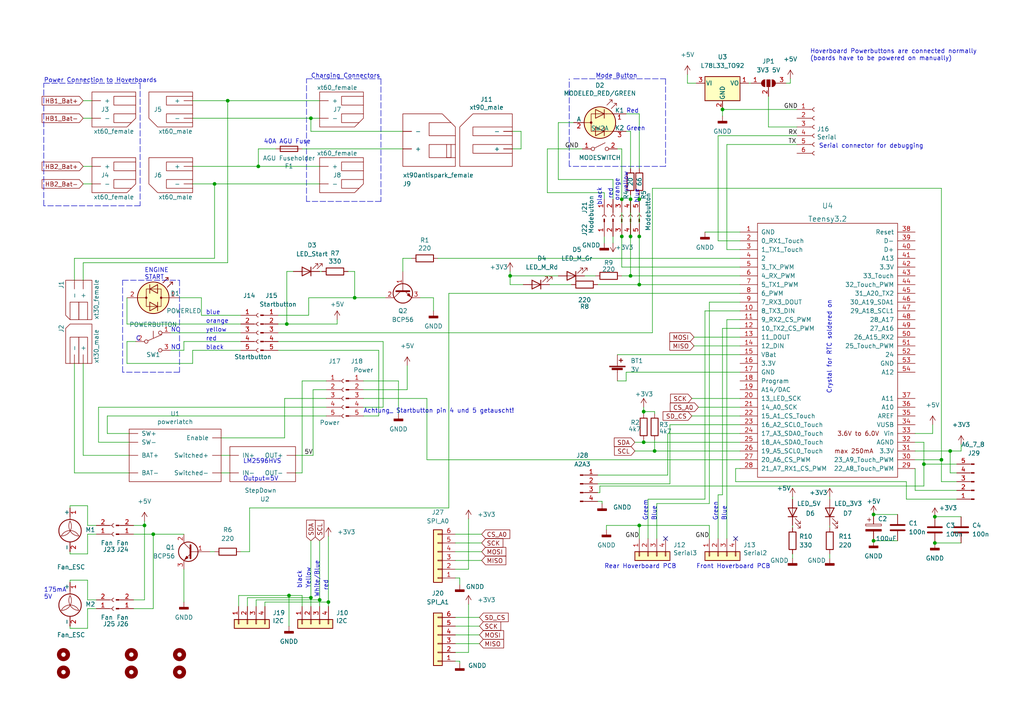
<source format=kicad_sch>
(kicad_sch (version 20211123) (generator eeschema)

  (uuid 00e38d63-5436-49db-81f5-697421f168fc)

  (paper "A4")

  

  (junction (at 62.23 53.34) (diameter 0) (color 0 0 0 0)
    (uuid 051b8cb0-ae77-4e09-98a7-bf2103319e66)
  )
  (junction (at 41.91 152.4) (diameter 0) (color 0 0 0 0)
    (uuid 08d3dd73-6f4c-4fc2-8e37-f281b85fe0d4)
  )
  (junction (at 92.71 173.99) (diameter 0) (color 0 0 0 0)
    (uuid 0b10b5dd-1068-4091-bac0-79652863a01e)
  )
  (junction (at 186.69 128.27) (diameter 0) (color 0 0 0 0)
    (uuid 0bb5c886-5f9c-4c29-83d9-f58a572fcd79)
  )
  (junction (at 90.17 34.29) (diameter 0) (color 0 0 0 0)
    (uuid 123968c6-74e7-4754-8c36-08ea08e42555)
  )
  (junction (at 44.45 154.94) (diameter 0) (color 0 0 0 0)
    (uuid 17f40a5c-3441-49ae-8b83-88ce922d0e3d)
  )
  (junction (at 83.185 93.98) (diameter 0) (color 0 0 0 0)
    (uuid 2235841a-9c52-451a-9616-b84a520feeb5)
  )
  (junction (at 273.05 133.35) (diameter 0) (color 0 0 0 0)
    (uuid 294c0b81-a58f-43d9-b3ff-58ec3e95d3c4)
  )
  (junction (at 147.955 80.01) (diameter 0) (color 0 0 0 0)
    (uuid 31799447-fd07-4760-945e-f0b3deaaea3e)
  )
  (junction (at 182.88 57.785) (diameter 0) (color 0 0 0 0)
    (uuid 35351f64-441a-4f62-87d4-a200c91bb3de)
  )
  (junction (at 185.42 152.4) (diameter 0) (color 0 0 0 0)
    (uuid 38f3170a-b54c-4011-af49-381b27b9e9bb)
  )
  (junction (at 271.145 149.86) (diameter 0) (color 0 0 0 0)
    (uuid 3a3e70b1-2cc8-4a66-89cd-35460ef8a407)
  )
  (junction (at 186.69 119.38) (diameter 0) (color 0 0 0 0)
    (uuid 40412e4d-fa67-404b-8675-fb145207776f)
  )
  (junction (at 185.42 68.58) (diameter 0) (color 0 0 0 0)
    (uuid 5037a3f1-8665-4753-8111-3cc5f01f527e)
  )
  (junction (at 253.365 156.845) (diameter 0) (color 0 0 0 0)
    (uuid 5096b250-cff0-4068-b724-0f0e0414784d)
  )
  (junction (at 182.88 80.01) (diameter 0) (color 0 0 0 0)
    (uuid 51e2a64a-e03c-401f-bbf1-282827dc3883)
  )
  (junction (at 83.82 172.72) (diameter 0) (color 0 0 0 0)
    (uuid 69403c96-f918-448f-9931-0f743ebdeac3)
  )
  (junction (at 185.42 82.55) (diameter 0) (color 0 0 0 0)
    (uuid 694fe12e-f636-4239-9f50-17d1e83c559a)
  )
  (junction (at 275.59 130.81) (diameter 0) (color 0 0 0 0)
    (uuid 73e22f62-48fa-4032-ab99-c63ffdb6815b)
  )
  (junction (at 74.93 48.26) (diameter 0) (color 0 0 0 0)
    (uuid 79451892-db6b-4999-916d-6392174ee493)
  )
  (junction (at 189.865 130.81) (diameter 0) (color 0 0 0 0)
    (uuid 8704d76b-52f1-45a4-966f-1d07e731c198)
  )
  (junction (at 253.365 149.225) (diameter 0) (color 0 0 0 0)
    (uuid 88d9f69e-d0e5-4bba-b2dc-36fd356eba4e)
  )
  (junction (at 185.42 57.785) (diameter 0) (color 0 0 0 0)
    (uuid 8b0c0bc4-8c66-4ee6-94d3-7711afdbbace)
  )
  (junction (at 102.87 86.36) (diameter 0) (color 0 0 0 0)
    (uuid 8e0c5536-8f0c-41c4-a920-c1fe2d0aeb28)
  )
  (junction (at 209.55 31.75) (diameter 0) (color 0 0 0 0)
    (uuid 90b82718-91a8-42b9-8b5c-f55037401d9a)
  )
  (junction (at 182.88 68.58) (diameter 0) (color 0 0 0 0)
    (uuid 92ecfc54-4a5a-4f80-835f-341e5f4566e0)
  )
  (junction (at 180.34 57.785) (diameter 0) (color 0 0 0 0)
    (uuid 9654c0fa-eebe-4319-94a4-df6f955eea98)
  )
  (junction (at 180.34 68.58) (diameter 0) (color 0 0 0 0)
    (uuid 983cd6c3-109c-4c73-99a3-ba679cdd09e5)
  )
  (junction (at 271.145 157.48) (diameter 0) (color 0 0 0 0)
    (uuid 9f171a87-ffde-46b1-b9bd-87ba6a6c823d)
  )
  (junction (at 95.25 174.625) (diameter 0) (color 0 0 0 0)
    (uuid ae42da24-02f4-42e7-8f2c-3c1c04118f9b)
  )
  (junction (at 267.97 134.62) (diameter 0) (color 0 0 0 0)
    (uuid aecb7fd1-6e81-44d7-8a5d-03a5b93e1a9a)
  )
  (junction (at 90.17 173.355) (diameter 0) (color 0 0 0 0)
    (uuid e6bbf99a-2bfc-49bf-a0f1-56b03ff0b655)
  )
  (junction (at 66.04 29.21) (diameter 0) (color 0 0 0 0)
    (uuid fad4c712-0a2e-465d-a9f8-83d26bd66e37)
  )

  (no_connect (at 213.36 156.21) (uuid 57276367-9ce4-4738-88d7-6e8cb94c966c))
  (no_connect (at 193.04 156.21) (uuid 72b36951-3ec7-4569-9c88-cf9b4afe1cae))

  (wire (pts (xy 66.675 132.08) (xy 64.135 132.08))
    (stroke (width 0) (type default) (color 0 0 0 0))
    (uuid 009b5465-0a65-4237-93e7-eb65321eeb18)
  )
  (wire (pts (xy 275.59 130.81) (xy 278.765 130.81))
    (stroke (width 0) (type default) (color 0 0 0 0))
    (uuid 00ebed69-1ae8-4281-9dbb-78160329662c)
  )
  (wire (pts (xy 55.88 101.6) (xy 69.85 101.6))
    (stroke (width 0) (type default) (color 0 0 0 0))
    (uuid 00f6ae70-94cc-4d50-aa7e-814bf3ec142c)
  )
  (wire (pts (xy 62.23 53.34) (xy 62.23 74.93))
    (stroke (width 0) (type default) (color 0 0 0 0))
    (uuid 02538207-54a8-4266-8d51-23871852b2ff)
  )
  (wire (pts (xy 158.75 43.18) (xy 158.75 55.88))
    (stroke (width 0) (type default) (color 0 0 0 0))
    (uuid 03b1ac56-3611-4584-aaf7-656eb89a5a58)
  )
  (wire (pts (xy 181.61 38.1) (xy 182.88 38.1))
    (stroke (width 0) (type default) (color 0 0 0 0))
    (uuid 03f57fb4-32a3-4bc6-85b9-fd8ece4a9592)
  )
  (wire (pts (xy 271.145 157.48) (xy 278.765 157.48))
    (stroke (width 0) (type default) (color 0 0 0 0))
    (uuid 046aff1b-63dd-4fa2-ad6b-a0c87f57f7dd)
  )
  (wire (pts (xy 213.36 139.7) (xy 213.36 135.89))
    (stroke (width 0) (type default) (color 0 0 0 0))
    (uuid 048b98a1-7408-4bd3-ba48-56b856855483)
  )
  (wire (pts (xy 151.13 43.18) (xy 148.59 43.18))
    (stroke (width 0) (type default) (color 0 0 0 0))
    (uuid 04cf2f2c-74bf-400d-b4f6-201720df00ed)
  )
  (wire (pts (xy 185.42 57.785) (xy 185.42 68.58))
    (stroke (width 0) (type default) (color 0 0 0 0))
    (uuid 06407d5a-4471-4505-93e6-0953c197b726)
  )
  (wire (pts (xy 74.93 43.18) (xy 74.93 48.26))
    (stroke (width 0) (type default) (color 0 0 0 0))
    (uuid 083becc8-e25d-4206-9636-55457650bbe3)
  )
  (wire (pts (xy 132.08 167.64) (xy 133.35 167.64))
    (stroke (width 0) (type default) (color 0 0 0 0))
    (uuid 09ec5a1f-8168-4109-a329-ef099cef6d16)
  )
  (wire (pts (xy 83.82 172.72) (xy 69.215 172.72))
    (stroke (width 0) (type default) (color 0 0 0 0))
    (uuid 0a177102-b386-476a-bb78-cfa41e5981d4)
  )
  (wire (pts (xy 253.365 156.845) (xy 260.35 156.845))
    (stroke (width 0) (type default) (color 0 0 0 0))
    (uuid 0a265115-6c7a-45ab-97a3-c695e3ee67d2)
  )
  (polyline (pts (xy 12.7 59.69) (xy 12.7 24.13))
    (stroke (width 0) (type default) (color 0 0 0 0))
    (uuid 0b4c0f05-c855-4742-bad2-dbf645d5842b)
  )

  (wire (pts (xy 217.17 24.13) (xy 217.805 24.13))
    (stroke (width 0) (type default) (color 0 0 0 0))
    (uuid 0b759eb5-2b5d-497b-bde5-ba020c43a39d)
  )
  (wire (pts (xy 265.43 125.73) (xy 270.51 125.73))
    (stroke (width 0) (type default) (color 0 0 0 0))
    (uuid 0bf9b321-fb4d-49fd-9592-7ab5a99eb177)
  )
  (wire (pts (xy 90.17 156.845) (xy 90.17 173.355))
    (stroke (width 0) (type default) (color 0 0 0 0))
    (uuid 0cc9bf07-55b9-458f-b8aa-41b2f51fa940)
  )
  (wire (pts (xy 92.71 156.845) (xy 92.71 173.99))
    (stroke (width 0) (type default) (color 0 0 0 0))
    (uuid 0d5b0f48-7e11-42a1-aa49-31f1b69cb91d)
  )
  (wire (pts (xy 262.89 144.78) (xy 262.89 139.7))
    (stroke (width 0) (type default) (color 0 0 0 0))
    (uuid 0d8dc964-deb7-44e6-848e-a4828cd6ccf5)
  )
  (wire (pts (xy 267.97 140.97) (xy 173.99 140.97))
    (stroke (width 0) (type default) (color 0 0 0 0))
    (uuid 0dbb758d-d359-4d2a-8a5d-77dfe99df357)
  )
  (wire (pts (xy 132.08 160.02) (xy 139.7 160.02))
    (stroke (width 0) (type default) (color 0 0 0 0))
    (uuid 0e78b584-2869-48ac-b293-95bd208efc94)
  )
  (wire (pts (xy 189.865 119.38) (xy 189.865 120.015))
    (stroke (width 0) (type default) (color 0 0 0 0))
    (uuid 0e95aa78-7bed-4b26-ac12-dbebf9e2b680)
  )
  (wire (pts (xy 31.115 120.65) (xy 31.115 125.73))
    (stroke (width 0) (type default) (color 0 0 0 0))
    (uuid 0f6a1023-ed00-4bd6-afef-ff227538c5e3)
  )
  (wire (pts (xy 177.8 52.07) (xy 177.8 57.785))
    (stroke (width 0) (type default) (color 0 0 0 0))
    (uuid 11274c77-8dea-42af-9338-4bcf2f325c89)
  )
  (wire (pts (xy 82.55 127) (xy 82.55 115.57))
    (stroke (width 0) (type default) (color 0 0 0 0))
    (uuid 1136c54b-6feb-40f7-ae6a-0f9521f82981)
  )
  (wire (pts (xy 37.465 125.73) (xy 31.115 125.73))
    (stroke (width 0) (type default) (color 0 0 0 0))
    (uuid 1199146e-a60b-416a-b503-e77d6d2892f9)
  )
  (wire (pts (xy 21.59 137.16) (xy 21.59 105.41))
    (stroke (width 0) (type default) (color 0 0 0 0))
    (uuid 12a24e86-2c38-4685-bba9-fff8dddb4cb0)
  )
  (wire (pts (xy 26.67 53.34) (xy 24.13 53.34))
    (stroke (width 0) (type default) (color 0 0 0 0))
    (uuid 12c8f4c9-cb79-4390-b96c-a717c693de17)
  )
  (wire (pts (xy 24.13 48.26) (xy 26.67 48.26))
    (stroke (width 0) (type default) (color 0 0 0 0))
    (uuid 12f8e43c-8f83-48d3-a9b5-5f3ebc0b6c43)
  )
  (wire (pts (xy 186.69 118.11) (xy 186.69 119.38))
    (stroke (width 0) (type default) (color 0 0 0 0))
    (uuid 13519fa0-f319-4568-9da1-27e7fc596e16)
  )
  (wire (pts (xy 20.32 146.685) (xy 25.4 146.685))
    (stroke (width 0) (type default) (color 0 0 0 0))
    (uuid 1542b558-bfe7-4e44-b051-52e954f089c4)
  )
  (wire (pts (xy 265.43 130.81) (xy 275.59 130.81))
    (stroke (width 0) (type default) (color 0 0 0 0))
    (uuid 15f2b6d5-48c4-4f31-8b9d-7d2668e7fe00)
  )
  (wire (pts (xy 275.59 137.16) (xy 277.495 137.16))
    (stroke (width 0) (type default) (color 0 0 0 0))
    (uuid 16be875d-0110-4993-b777-e772726fe1e5)
  )
  (wire (pts (xy 209.55 95.25) (xy 209.55 143.51))
    (stroke (width 0) (type default) (color 0 0 0 0))
    (uuid 170a1464-a955-4bdc-927d-f8249fd0c04c)
  )
  (wire (pts (xy 66.04 29.21) (xy 66.04 76.2))
    (stroke (width 0) (type default) (color 0 0 0 0))
    (uuid 17ed3508-fa2e-4593-a799-bfd39a6cc14d)
  )
  (wire (pts (xy 159.385 82.55) (xy 165.735 82.55))
    (stroke (width 0) (type default) (color 0 0 0 0))
    (uuid 180684cf-f7b0-46b2-aea4-1f93e406cf59)
  )
  (wire (pts (xy 127 74.93) (xy 214.63 74.93))
    (stroke (width 0) (type default) (color 0 0 0 0))
    (uuid 181e9518-7706-4189-a885-5e6e3aee3bb9)
  )
  (wire (pts (xy 147.955 80.01) (xy 147.955 82.55))
    (stroke (width 0) (type default) (color 0 0 0 0))
    (uuid 193cbccc-28f2-4437-8064-d229e44aa604)
  )
  (wire (pts (xy 83.185 93.98) (xy 83.185 78.74))
    (stroke (width 0) (type default) (color 0 0 0 0))
    (uuid 1df9a412-b56c-4e84-b38b-6a4bc05a97be)
  )
  (wire (pts (xy 38.735 173.99) (xy 41.91 173.99))
    (stroke (width 0) (type default) (color 0 0 0 0))
    (uuid 1e6a20ef-296c-4f96-9891-ff8455ce839d)
  )
  (wire (pts (xy 25.4 182.245) (xy 20.32 182.245))
    (stroke (width 0) (type default) (color 0 0 0 0))
    (uuid 1f97d1e3-c5f6-4344-9fb6-6c723b7697fa)
  )
  (polyline (pts (xy 52.07 81.28) (xy 52.07 107.95))
    (stroke (width 0) (type default) (color 0 0 0 0))
    (uuid 1fbb0219-551e-409b-a61b-76e8cebdfb9d)
  )

  (wire (pts (xy 185.42 82.55) (xy 214.63 82.55))
    (stroke (width 0) (type default) (color 0 0 0 0))
    (uuid 1fe5bc2b-0fca-4819-a520-4615dfab4d15)
  )
  (wire (pts (xy 69.215 172.72) (xy 69.215 175.895))
    (stroke (width 0) (type default) (color 0 0 0 0))
    (uuid 25531609-ada1-438f-9524-2d6b2aacec2a)
  )
  (wire (pts (xy 20.32 168.275) (xy 25.4 168.275))
    (stroke (width 0) (type default) (color 0 0 0 0))
    (uuid 26301722-d82d-4669-b21f-04874a1fbca3)
  )
  (wire (pts (xy 229.87 144.145) (xy 229.87 144.78))
    (stroke (width 0) (type default) (color 0 0 0 0))
    (uuid 26a5e061-05bb-41a8-bc7a-df1564b11e90)
  )
  (wire (pts (xy 132.08 191.77) (xy 133.35 191.77))
    (stroke (width 0) (type default) (color 0 0 0 0))
    (uuid 2721b0da-8699-4bf1-80bb-1d6b9e717c61)
  )
  (wire (pts (xy 214.63 85.09) (xy 130.175 85.09))
    (stroke (width 0) (type default) (color 0 0 0 0))
    (uuid 2762442d-9432-4074-b79b-8eeab3eaf9a7)
  )
  (polyline (pts (xy 40.64 24.13) (xy 40.64 59.69))
    (stroke (width 0) (type default) (color 0 0 0 0))
    (uuid 282c8e53-3acc-42f0-a92a-6aa976b97a93)
  )

  (wire (pts (xy 148.59 38.1) (xy 151.13 38.1))
    (stroke (width 0) (type default) (color 0 0 0 0))
    (uuid 2878a73c-5447-4cd9-8194-14f52ab9459c)
  )
  (wire (pts (xy 89.535 86.36) (xy 102.87 86.36))
    (stroke (width 0) (type default) (color 0 0 0 0))
    (uuid 28e146f5-f85f-47b5-94b5-a67c33d23635)
  )
  (wire (pts (xy 182.88 57.785) (xy 182.88 68.58))
    (stroke (width 0) (type default) (color 0 0 0 0))
    (uuid 2a71f78d-0911-4a41-a0ce-aa50e93d68c8)
  )
  (wire (pts (xy 161.925 35.56) (xy 161.925 52.07))
    (stroke (width 0) (type default) (color 0 0 0 0))
    (uuid 2b8b629c-53ef-4ac6-91d7-f1a071136889)
  )
  (wire (pts (xy 135.89 165.1) (xy 132.08 165.1))
    (stroke (width 0) (type default) (color 0 0 0 0))
    (uuid 2ba9fb94-a1fa-486c-8933-fbe2803c354e)
  )
  (wire (pts (xy 72.39 160.02) (xy 69.85 160.02))
    (stroke (width 0) (type default) (color 0 0 0 0))
    (uuid 2d84a257-2801-4282-83f8-8a08920949d3)
  )
  (wire (pts (xy 55.88 105.41) (xy 55.88 101.6))
    (stroke (width 0) (type default) (color 0 0 0 0))
    (uuid 2fd044b6-377e-455f-89e0-f4f69a117f77)
  )
  (wire (pts (xy 135.89 150.495) (xy 135.89 165.1))
    (stroke (width 0) (type default) (color 0 0 0 0))
    (uuid 3017e6b7-2d49-4427-9dc1-83cc27ee24a4)
  )
  (wire (pts (xy 185.42 152.4) (xy 185.42 156.21))
    (stroke (width 0) (type default) (color 0 0 0 0))
    (uuid 30c33e3e-fb78-498d-bffe-76273d527004)
  )
  (wire (pts (xy 209.55 31.75) (xy 209.55 33.655))
    (stroke (width 0) (type default) (color 0 0 0 0))
    (uuid 322a7fce-26c4-4bb5-ba5a-1688f26585cf)
  )
  (wire (pts (xy 80.645 96.52) (xy 189.23 96.52))
    (stroke (width 0) (type default) (color 0 0 0 0))
    (uuid 32380bb4-3280-497e-9558-7a21f00e00dd)
  )
  (wire (pts (xy 173.355 82.55) (xy 185.42 82.55))
    (stroke (width 0) (type default) (color 0 0 0 0))
    (uuid 32445bc6-e73d-4201-9666-5de468baf622)
  )
  (wire (pts (xy 185.42 68.58) (xy 185.42 82.55))
    (stroke (width 0) (type default) (color 0 0 0 0))
    (uuid 32551a79-b842-47a9-8e23-7783a840e131)
  )
  (wire (pts (xy 161.925 80.01) (xy 147.955 80.01))
    (stroke (width 0) (type default) (color 0 0 0 0))
    (uuid 329094f4-8898-41df-ac65-e73e1fd74cbf)
  )
  (wire (pts (xy 20.32 168.91) (xy 20.32 168.275))
    (stroke (width 0) (type default) (color 0 0 0 0))
    (uuid 33072d10-86aa-4a72-9898-01c2c9b5842e)
  )
  (wire (pts (xy 27.94 176.53) (xy 25.4 176.53))
    (stroke (width 0) (type default) (color 0 0 0 0))
    (uuid 34e399b2-48be-42f9-842e-e3b66c7c06bb)
  )
  (wire (pts (xy 209.55 143.51) (xy 208.28 143.51))
    (stroke (width 0) (type default) (color 0 0 0 0))
    (uuid 34eb38bf-2fc7-4a28-893e-3d3609a85d23)
  )
  (wire (pts (xy 41.91 151.13) (xy 41.91 152.4))
    (stroke (width 0) (type default) (color 0 0 0 0))
    (uuid 35a7735a-ee25-458f-bb48-cd448dcda5d3)
  )
  (wire (pts (xy 62.23 53.34) (xy 92.71 53.34))
    (stroke (width 0) (type default) (color 0 0 0 0))
    (uuid 35c09d1f-2914-4d1e-a002-df30af772f3b)
  )
  (wire (pts (xy 24.13 76.2) (xy 24.13 81.28))
    (stroke (width 0) (type default) (color 0 0 0 0))
    (uuid 35ef9c4a-35f6-467b-a704-b1d9354880cf)
  )
  (wire (pts (xy 267.97 128.27) (xy 267.97 134.62))
    (stroke (width 0) (type default) (color 0 0 0 0))
    (uuid 3628add0-cc90-4ce6-bc0a-7b0499cb2a43)
  )
  (wire (pts (xy 25.4 154.94) (xy 25.4 160.655))
    (stroke (width 0) (type default) (color 0 0 0 0))
    (uuid 39ae077c-5133-4896-9953-71244e980cb5)
  )
  (wire (pts (xy 123.825 115.57) (xy 123.825 133.35))
    (stroke (width 0) (type default) (color 0 0 0 0))
    (uuid 39d7e422-7f67-4268-a2ed-2db52be51cae)
  )
  (wire (pts (xy 158.75 43.18) (xy 168.91 43.18))
    (stroke (width 0) (type default) (color 0 0 0 0))
    (uuid 3a41dd27-ec14-44d5-b505-aad1d829f79a)
  )
  (wire (pts (xy 38.735 154.94) (xy 44.45 154.94))
    (stroke (width 0) (type default) (color 0 0 0 0))
    (uuid 3bc3df81-b30e-4a41-a38c-bca401c1fdb4)
  )
  (wire (pts (xy 132.08 181.61) (xy 139.065 181.61))
    (stroke (width 0) (type default) (color 0 0 0 0))
    (uuid 3bce23fc-cdab-4616-8963-9c1f94f76e8b)
  )
  (wire (pts (xy 94.615 120.65) (xy 31.115 120.65))
    (stroke (width 0) (type default) (color 0 0 0 0))
    (uuid 3bdb6e74-df98-4382-9a1e-8b7b42de8b63)
  )
  (wire (pts (xy 132.08 184.15) (xy 139.065 184.15))
    (stroke (width 0) (type default) (color 0 0 0 0))
    (uuid 3be16d8f-c504-4be9-bb1b-a581c1c2e941)
  )
  (wire (pts (xy 199.39 24.13) (xy 199.39 21.59))
    (stroke (width 0) (type default) (color 0 0 0 0))
    (uuid 3cd14580-9b18-43b9-b012-256b77a63300)
  )
  (wire (pts (xy 24.13 132.08) (xy 37.465 132.08))
    (stroke (width 0) (type default) (color 0 0 0 0))
    (uuid 3e0392c0-affc-4114-9de5-1f1cfe79418a)
  )
  (wire (pts (xy 262.89 139.7) (xy 213.36 139.7))
    (stroke (width 0) (type default) (color 0 0 0 0))
    (uuid 3e2959fb-f853-45ab-a70d-cefa40ed4a13)
  )
  (wire (pts (xy 87.63 43.18) (xy 116.84 43.18))
    (stroke (width 0) (type default) (color 0 0 0 0))
    (uuid 3e3d55c8-e0ea-48fb-8421-a84b7cb7055b)
  )
  (wire (pts (xy 66.04 29.21) (xy 92.71 29.21))
    (stroke (width 0) (type default) (color 0 0 0 0))
    (uuid 422b10b9-e829-44a2-8808-05edd8cb3050)
  )
  (wire (pts (xy 92.71 173.99) (xy 74.295 173.99))
    (stroke (width 0) (type default) (color 0 0 0 0))
    (uuid 4254ab22-9d9b-4884-a1f8-0bb4242f8894)
  )
  (wire (pts (xy 270.51 125.73) (xy 270.51 123.19))
    (stroke (width 0) (type default) (color 0 0 0 0))
    (uuid 44a31d09-65ce-45e2-98f9-0649161b54b4)
  )
  (wire (pts (xy 158.75 55.88) (xy 175.26 55.88))
    (stroke (width 0) (type default) (color 0 0 0 0))
    (uuid 44d10368-2885-4218-b8f1-52a5fde92cb3)
  )
  (wire (pts (xy 214.63 77.47) (xy 180.34 77.47))
    (stroke (width 0) (type default) (color 0 0 0 0))
    (uuid 44dee830-40ed-4a00-8c4e-ba626f32dc1e)
  )
  (wire (pts (xy 25.4 168.275) (xy 25.4 173.99))
    (stroke (width 0) (type default) (color 0 0 0 0))
    (uuid 46fa1be4-d517-4eaf-a68b-dce661fc076c)
  )
  (wire (pts (xy 278.765 130.81) (xy 278.765 128.905))
    (stroke (width 0) (type default) (color 0 0 0 0))
    (uuid 474c69f2-d47e-44b5-9fe8-4f70b718e8d8)
  )
  (wire (pts (xy 90.17 38.1) (xy 90.17 34.29))
    (stroke (width 0) (type default) (color 0 0 0 0))
    (uuid 475ed8b3-90bf-48cd-bce5-d8f48b689541)
  )
  (wire (pts (xy 240.665 152.4) (xy 240.665 153.035))
    (stroke (width 0) (type default) (color 0 0 0 0))
    (uuid 489dbc75-626f-4f7d-a79e-4718b12503a5)
  )
  (wire (pts (xy 205.74 146.05) (xy 205.74 87.63))
    (stroke (width 0) (type default) (color 0 0 0 0))
    (uuid 49df14a4-9231-4e0c-8be6-325780f5026d)
  )
  (wire (pts (xy 253.365 149.225) (xy 260.35 149.225))
    (stroke (width 0) (type default) (color 0 0 0 0))
    (uuid 49efe05d-ee93-4a15-b852-734325ebf0af)
  )
  (wire (pts (xy 89.535 91.44) (xy 89.535 86.36))
    (stroke (width 0) (type default) (color 0 0 0 0))
    (uuid 4abd83b2-2075-4fec-a627-5a1558b56d3f)
  )
  (wire (pts (xy 190.5 156.21) (xy 190.5 146.05))
    (stroke (width 0) (type default) (color 0 0 0 0))
    (uuid 4c843bdb-6c9e-40dd-85e2-0567846e18ba)
  )
  (wire (pts (xy 123.825 133.35) (xy 214.63 133.35))
    (stroke (width 0) (type default) (color 0 0 0 0))
    (uuid 4d35d179-1fe5-442a-89de-d0579ca2bbc5)
  )
  (wire (pts (xy 105.41 115.57) (xy 123.825 115.57))
    (stroke (width 0) (type default) (color 0 0 0 0))
    (uuid 4dbb109d-2431-40ac-8260-8df88fdef5cd)
  )
  (wire (pts (xy 184.15 128.27) (xy 186.69 128.27))
    (stroke (width 0) (type default) (color 0 0 0 0))
    (uuid 4fdf05e9-f289-448e-914a-b6881900d6c1)
  )
  (wire (pts (xy 275.59 130.81) (xy 275.59 137.16))
    (stroke (width 0) (type default) (color 0 0 0 0))
    (uuid 501f712e-3fe5-40e9-8641-58b732b1882d)
  )
  (wire (pts (xy 83.185 93.98) (xy 97.79 93.98))
    (stroke (width 0) (type default) (color 0 0 0 0))
    (uuid 50208326-4c3d-4fc0-b1bc-7c7f78e47333)
  )
  (wire (pts (xy 90.17 173.355) (xy 90.17 175.895))
    (stroke (width 0) (type default) (color 0 0 0 0))
    (uuid 50511df0-cbe7-4439-9e9c-f26e04b637db)
  )
  (wire (pts (xy 189.23 54.61) (xy 189.23 96.52))
    (stroke (width 0) (type default) (color 0 0 0 0))
    (uuid 51909adb-2e51-4572-af12-85a12663ac96)
  )
  (wire (pts (xy 193.675 125.73) (xy 214.63 125.73))
    (stroke (width 0) (type default) (color 0 0 0 0))
    (uuid 530ea4c9-0761-4c55-b00d-e28a9768a955)
  )
  (wire (pts (xy 36.83 93.98) (xy 36.83 86.36))
    (stroke (width 0) (type default) (color 0 0 0 0))
    (uuid 53e34696-241f-47e5-a477-f469335c8a61)
  )
  (wire (pts (xy 58.42 91.44) (xy 69.85 91.44))
    (stroke (width 0) (type default) (color 0 0 0 0))
    (uuid 547eeec1-a95c-431b-95a4-2ff936d52170)
  )
  (wire (pts (xy 119.38 74.93) (xy 116.84 74.93))
    (stroke (width 0) (type default) (color 0 0 0 0))
    (uuid 54dfed87-fbe5-47ab-b620-2d6ba5ea0bcb)
  )
  (wire (pts (xy 87.63 172.72) (xy 83.82 172.72))
    (stroke (width 0) (type default) (color 0 0 0 0))
    (uuid 55c7ef39-b251-4a11-94d4-60a109929c6f)
  )
  (wire (pts (xy 105.41 118.11) (xy 111.125 118.11))
    (stroke (width 0) (type default) (color 0 0 0 0))
    (uuid 56e486f5-556e-4d8e-a75a-487ed98d2e59)
  )
  (wire (pts (xy 205.74 152.4) (xy 205.74 156.21))
    (stroke (width 0) (type default) (color 0 0 0 0))
    (uuid 58d71c09-ba53-43d7-9fc9-7054806963d2)
  )
  (wire (pts (xy 177.8 68.58) (xy 177.8 70.485))
    (stroke (width 0) (type default) (color 0 0 0 0))
    (uuid 58dfd4b5-1213-4f4d-8f38-79c6f352f825)
  )
  (wire (pts (xy 36.83 99.06) (xy 36.83 105.41))
    (stroke (width 0) (type default) (color 0 0 0 0))
    (uuid 58e8a243-dbf1-46ec-a9ca-62db6c046a4b)
  )
  (wire (pts (xy 94.615 118.11) (xy 28.575 118.11))
    (stroke (width 0) (type default) (color 0 0 0 0))
    (uuid 5a040418-8644-4cf8-9de0-ba3624649e9e)
  )
  (wire (pts (xy 116.84 74.93) (xy 116.84 78.74))
    (stroke (width 0) (type default) (color 0 0 0 0))
    (uuid 5a1c01fb-cf82-4e17-9a62-00e0a3adba47)
  )
  (wire (pts (xy 182.88 68.58) (xy 182.88 80.01))
    (stroke (width 0) (type default) (color 0 0 0 0))
    (uuid 5ae7ec9d-f872-4d2d-a4c4-ccac7b92dc87)
  )
  (wire (pts (xy 94.615 113.03) (xy 90.805 113.03))
    (stroke (width 0) (type default) (color 0 0 0 0))
    (uuid 5b15d041-2d51-4c90-8164-397806011835)
  )
  (wire (pts (xy 95.25 174.625) (xy 95.25 175.895))
    (stroke (width 0) (type default) (color 0 0 0 0))
    (uuid 5c3c20ac-7d6a-4a6a-8d79-b176608d957f)
  )
  (wire (pts (xy 76.835 175.895) (xy 76.835 174.625))
    (stroke (width 0) (type default) (color 0 0 0 0))
    (uuid 5dba2df1-c0a7-451c-ad63-7260d7b1f5a8)
  )
  (wire (pts (xy 55.88 29.21) (xy 66.04 29.21))
    (stroke (width 0) (type default) (color 0 0 0 0))
    (uuid 5f312b85-6822-40a3-b417-2df49696ca2d)
  )
  (wire (pts (xy 24.13 29.21) (xy 26.67 29.21))
    (stroke (width 0) (type default) (color 0 0 0 0))
    (uuid 5f38bdb2-3657-474e-8e86-d6bb0b298110)
  )
  (wire (pts (xy 74.295 173.99) (xy 74.295 175.895))
    (stroke (width 0) (type default) (color 0 0 0 0))
    (uuid 6064ea35-013e-4b86-a6c4-39586d23a64c)
  )
  (wire (pts (xy 182.88 56.515) (xy 182.88 57.785))
    (stroke (width 0) (type default) (color 0 0 0 0))
    (uuid 613cedd3-6317-45b7-905c-7688baf53bf3)
  )
  (wire (pts (xy 209.55 31.75) (xy 231.14 31.75))
    (stroke (width 0) (type default) (color 0 0 0 0))
    (uuid 6202b522-e646-49af-83e4-b5d7844d80bd)
  )
  (wire (pts (xy 25.4 146.685) (xy 25.4 152.4))
    (stroke (width 0) (type default) (color 0 0 0 0))
    (uuid 62880b37-7f4d-4027-be35-87ea11b9bfce)
  )
  (wire (pts (xy 115.57 120.015) (xy 115.57 110.49))
    (stroke (width 0) (type default) (color 0 0 0 0))
    (uuid 62a6d334-f451-48c1-bbb3-2e2aacab4352)
  )
  (wire (pts (xy 194.31 123.19) (xy 214.63 123.19))
    (stroke (width 0) (type default) (color 0 0 0 0))
    (uuid 62bfa5ee-896d-42a1-8a5e-5e1301811401)
  )
  (wire (pts (xy 25.4 173.99) (xy 27.94 173.99))
    (stroke (width 0) (type default) (color 0 0 0 0))
    (uuid 62c26a31-4bf5-4a49-846e-2a9deae7bdd9)
  )
  (wire (pts (xy 182.88 38.1) (xy 182.88 48.895))
    (stroke (width 0) (type default) (color 0 0 0 0))
    (uuid 62e8c4d4-266c-4e53-8981-1028251d724c)
  )
  (wire (pts (xy 208.28 69.85) (xy 208.28 39.37))
    (stroke (width 0) (type default) (color 0 0 0 0))
    (uuid 63884a0c-3153-4b16-b576-b3d0570549ad)
  )
  (wire (pts (xy 130.175 85.09) (xy 130.175 147.32))
    (stroke (width 0) (type default) (color 0 0 0 0))
    (uuid 649506bc-e737-4d40-826c-c9ae6cf7999f)
  )
  (wire (pts (xy 204.47 90.17) (xy 204.47 144.78))
    (stroke (width 0) (type default) (color 0 0 0 0))
    (uuid 64a82c13-23a0-425e-9d2f-c51801b5f76e)
  )
  (wire (pts (xy 277.495 144.78) (xy 262.89 144.78))
    (stroke (width 0) (type default) (color 0 0 0 0))
    (uuid 64da2e4a-a726-4ff0-ba50-b173e8b39877)
  )
  (wire (pts (xy 37.465 137.16) (xy 21.59 137.16))
    (stroke (width 0) (type default) (color 0 0 0 0))
    (uuid 6513181c-0a6a-4560-9a18-17450c36ae2a)
  )
  (wire (pts (xy 180.34 80.01) (xy 182.88 80.01))
    (stroke (width 0) (type default) (color 0 0 0 0))
    (uuid 6551a109-65d8-49b9-807b-12ceb41c46a8)
  )
  (wire (pts (xy 38.735 176.53) (xy 44.45 176.53))
    (stroke (width 0) (type default) (color 0 0 0 0))
    (uuid 655a4dd6-df89-48f2-a803-643990d058bd)
  )
  (wire (pts (xy 208.28 39.37) (xy 231.14 39.37))
    (stroke (width 0) (type default) (color 0 0 0 0))
    (uuid 65b9a046-bb8f-42cd-b846-d3362b0ef51f)
  )
  (wire (pts (xy 83.185 78.74) (xy 85.09 78.74))
    (stroke (width 0) (type default) (color 0 0 0 0))
    (uuid 663cc588-2ea2-4d16-b91f-ff54db2ba726)
  )
  (wire (pts (xy 175.895 152.4) (xy 185.42 152.4))
    (stroke (width 0) (type default) (color 0 0 0 0))
    (uuid 68422ffc-83e4-42e5-b1dc-f3b10be98daf)
  )
  (polyline (pts (xy 165.1 48.26) (xy 165.1 22.86))
    (stroke (width 0) (type default) (color 0 0 0 0))
    (uuid 6ac3ab53-7523-4805-bfd2-5de19dff127e)
  )

  (wire (pts (xy 202.565 118.11) (xy 214.63 118.11))
    (stroke (width 0) (type default) (color 0 0 0 0))
    (uuid 6b341153-e6a9-446e-a41f-f0b6803ef98d)
  )
  (wire (pts (xy 133.35 167.64) (xy 133.35 169.545))
    (stroke (width 0) (type default) (color 0 0 0 0))
    (uuid 6bb2c937-e8ff-43d0-9b06-456594eb25e9)
  )
  (wire (pts (xy 36.83 99.06) (xy 39.37 99.06))
    (stroke (width 0) (type default) (color 0 0 0 0))
    (uuid 6bd115d6-07e0-45db-8f2e-3cbb0429104f)
  )
  (wire (pts (xy 125.73 86.36) (xy 125.73 90.17))
    (stroke (width 0) (type default) (color 0 0 0 0))
    (uuid 6cb93665-0bcd-4104-8633-fffd1811eee0)
  )
  (wire (pts (xy 204.47 67.31) (xy 214.63 67.31))
    (stroke (width 0) (type default) (color 0 0 0 0))
    (uuid 6d660d44-2237-493b-a881-7e0ebb385c2c)
  )
  (wire (pts (xy 115.57 110.49) (xy 105.41 110.49))
    (stroke (width 0) (type default) (color 0 0 0 0))
    (uuid 6fb78646-375d-4e04-bdf3-192bdf9fa3e4)
  )
  (wire (pts (xy 214.63 90.17) (xy 204.47 90.17))
    (stroke (width 0) (type default) (color 0 0 0 0))
    (uuid 6fe0cc28-1be0-4954-b1df-068cf34b34b8)
  )
  (wire (pts (xy 187.96 156.21) (xy 187.96 144.78))
    (stroke (width 0) (type default) (color 0 0 0 0))
    (uuid 6ffdf05e-e119-49f9-85e9-13e4901df42a)
  )
  (wire (pts (xy 20.32 160.655) (xy 20.32 160.02))
    (stroke (width 0) (type default) (color 0 0 0 0))
    (uuid 707520b4-cacf-45dc-bb64-b15608f9208f)
  )
  (wire (pts (xy 38.735 152.4) (xy 41.91 152.4))
    (stroke (width 0) (type default) (color 0 0 0 0))
    (uuid 716ce140-e601-44e8-935e-856b42be6077)
  )
  (wire (pts (xy 186.69 119.38) (xy 189.865 119.38))
    (stroke (width 0) (type default) (color 0 0 0 0))
    (uuid 719e9152-e8ec-4038-bff3-e10dc6873da6)
  )
  (wire (pts (xy 80.01 43.18) (xy 74.93 43.18))
    (stroke (width 0) (type default) (color 0 0 0 0))
    (uuid 725cdf26-4b92-46db-bca9-10d930002dda)
  )
  (wire (pts (xy 80.645 101.6) (xy 109.855 101.6))
    (stroke (width 0) (type default) (color 0 0 0 0))
    (uuid 72c5b5dc-7d0c-4e1d-aa45-7f2d6eeb3e27)
  )
  (wire (pts (xy 189.865 130.81) (xy 214.63 130.81))
    (stroke (width 0) (type default) (color 0 0 0 0))
    (uuid 7468e343-8d98-49cd-b0f3-87e6dfd3c57b)
  )
  (wire (pts (xy 273.05 139.7) (xy 273.05 133.35))
    (stroke (width 0) (type default) (color 0 0 0 0))
    (uuid 751655c2-941f-4109-8347-98c9fd930f4e)
  )
  (wire (pts (xy 180.34 43.18) (xy 180.34 57.785))
    (stroke (width 0) (type default) (color 0 0 0 0))
    (uuid 75c8508a-aa91-42ac-a3e8-5f7b38c6618f)
  )
  (wire (pts (xy 20.32 160.655) (xy 25.4 160.655))
    (stroke (width 0) (type default) (color 0 0 0 0))
    (uuid 782ab777-440f-4045-a4c0-f73ddee70716)
  )
  (wire (pts (xy 118.11 113.03) (xy 105.41 113.03))
    (stroke (width 0) (type default) (color 0 0 0 0))
    (uuid 78fc26a2-c6aa-4020-b71c-d7cbb33d50cf)
  )
  (wire (pts (xy 161.925 35.56) (xy 166.37 35.56))
    (stroke (width 0) (type default) (color 0 0 0 0))
    (uuid 7a2b8997-41f5-4d37-9b4a-91e13dfae36c)
  )
  (wire (pts (xy 74.93 48.26) (xy 92.71 48.26))
    (stroke (width 0) (type default) (color 0 0 0 0))
    (uuid 7acd513a-187b-4936-9f93-2e521ce33ad5)
  )
  (polyline (pts (xy 52.07 107.95) (xy 35.56 107.95))
    (stroke (width 0) (type default) (color 0 0 0 0))
    (uuid 7bfba61b-6752-4a45-9ee6-5984dcb15041)
  )

  (wire (pts (xy 82.55 115.57) (xy 94.615 115.57))
    (stroke (width 0) (type default) (color 0 0 0 0))
    (uuid 7dfa12dd-0cd0-4759-964c-4ba3aef8bb58)
  )
  (wire (pts (xy 175.26 68.58) (xy 175.26 70.485))
    (stroke (width 0) (type default) (color 0 0 0 0))
    (uuid 7f1579b0-7b58-4eea-a427-d38d2582d3aa)
  )
  (wire (pts (xy 60.96 160.02) (xy 62.23 160.02))
    (stroke (width 0) (type default) (color 0 0 0 0))
    (uuid 7f664a3c-9748-45a7-a189-4712ada62fe7)
  )
  (wire (pts (xy 174.625 145.415) (xy 174.625 146.05))
    (stroke (width 0) (type default) (color 0 0 0 0))
    (uuid 805ad2cb-4a29-45da-a322-1f9825134f56)
  )
  (wire (pts (xy 271.145 149.86) (xy 278.765 149.86))
    (stroke (width 0) (type default) (color 0 0 0 0))
    (uuid 80d27706-07bd-45c6-badc-c478b2600e5a)
  )
  (wire (pts (xy 265.43 133.35) (xy 273.05 133.35))
    (stroke (width 0) (type default) (color 0 0 0 0))
    (uuid 81d962a1-f4fc-43bc-9dbe-9b5a35c18019)
  )
  (wire (pts (xy 90.805 113.03) (xy 90.805 132.08))
    (stroke (width 0) (type default) (color 0 0 0 0))
    (uuid 823c34d4-e27b-470a-9b98-977c836aa764)
  )
  (wire (pts (xy 267.97 134.62) (xy 277.495 134.62))
    (stroke (width 0) (type default) (color 0 0 0 0))
    (uuid 83ba1d10-74c9-483a-be53-0628a98c4613)
  )
  (polyline (pts (xy 40.64 59.69) (xy 12.7 59.69))
    (stroke (width 0) (type default) (color 0 0 0 0))
    (uuid 83c5181e-f5ee-453c-ae5c-d7256ba8837d)
  )

  (wire (pts (xy 181.61 33.02) (xy 185.42 33.02))
    (stroke (width 0) (type default) (color 0 0 0 0))
    (uuid 844d7d7a-b386-45a8-aaf6-bf41bbcb43b5)
  )
  (wire (pts (xy 173.355 140.335) (xy 194.31 140.335))
    (stroke (width 0) (type default) (color 0 0 0 0))
    (uuid 85827b25-c667-4d1b-8921-52bdc5430650)
  )
  (wire (pts (xy 147.955 78.74) (xy 147.955 80.01))
    (stroke (width 0) (type default) (color 0 0 0 0))
    (uuid 8723f50e-a484-4a9a-b72b-07dbeb8b0cf9)
  )
  (wire (pts (xy 53.34 165.1) (xy 53.34 174.625))
    (stroke (width 0) (type default) (color 0 0 0 0))
    (uuid 885d043f-b4c9-4eb2-820d-d417cb4bc866)
  )
  (polyline (pts (xy 88.9 22.86) (xy 110.49 22.86))
    (stroke (width 0) (type default) (color 0 0 0 0))
    (uuid 888fd7cb-2fc6-480c-bcfa-0b71303087d3)
  )

  (wire (pts (xy 71.755 173.355) (xy 90.17 173.355))
    (stroke (width 0) (type default) (color 0 0 0 0))
    (uuid 89607785-50a6-412e-9773-1e085f5b77fa)
  )
  (wire (pts (xy 36.83 93.98) (xy 69.85 93.98))
    (stroke (width 0) (type default) (color 0 0 0 0))
    (uuid 8aeae536-fd36-430e-be47-1a856eced2fc)
  )
  (wire (pts (xy 87.63 110.49) (xy 94.615 110.49))
    (stroke (width 0) (type default) (color 0 0 0 0))
    (uuid 8b61a8d2-0056-4f41-829d-4d87fa944b28)
  )
  (wire (pts (xy 28.575 118.11) (xy 28.575 128.27))
    (stroke (width 0) (type default) (color 0 0 0 0))
    (uuid 8b99dc7a-2e02-445b-a6cf-b55663646f65)
  )
  (wire (pts (xy 20.32 182.245) (xy 20.32 181.61))
    (stroke (width 0) (type default) (color 0 0 0 0))
    (uuid 8ba5a9f6-538a-40bf-9f77-39b12aa2f0db)
  )
  (wire (pts (xy 181.61 110.49) (xy 179.07 110.49))
    (stroke (width 0) (type default) (color 0 0 0 0))
    (uuid 8cb3cff4-5ab5-48e7-bf9f-51e859cf7f20)
  )
  (wire (pts (xy 71.755 175.895) (xy 71.755 173.355))
    (stroke (width 0) (type default) (color 0 0 0 0))
    (uuid 8d023456-8ad9-4f7e-897d-e73ffdb4933e)
  )
  (wire (pts (xy 55.88 48.26) (xy 74.93 48.26))
    (stroke (width 0) (type default) (color 0 0 0 0))
    (uuid 8e295ed4-82cb-4d9f-8888-7ad2dd4d5129)
  )
  (wire (pts (xy 222.885 27.94) (xy 222.885 36.83))
    (stroke (width 0) (type default) (color 0 0 0 0))
    (uuid 90e4b67e-0a6e-42bc-93bf-45939b80c9b6)
  )
  (wire (pts (xy 179.07 43.18) (xy 180.34 43.18))
    (stroke (width 0) (type default) (color 0 0 0 0))
    (uuid 90e761f6-1432-4f73-ad28-fa8869b7ec31)
  )
  (wire (pts (xy 118.11 106.045) (xy 118.11 113.03))
    (stroke (width 0) (type default) (color 0 0 0 0))
    (uuid 940380cb-8cf9-45b8-b600-7d8ce8a785d6)
  )
  (wire (pts (xy 151.13 38.1) (xy 151.13 43.18))
    (stroke (width 0) (type default) (color 0 0 0 0))
    (uuid 955cc99e-a129-42cf-abc7-aa99813fdb5f)
  )
  (wire (pts (xy 240.665 160.655) (xy 240.665 161.925))
    (stroke (width 0) (type default) (color 0 0 0 0))
    (uuid 957e24b2-957a-4613-8205-73cc52b7059b)
  )
  (wire (pts (xy 229.235 22.86) (xy 229.235 24.13))
    (stroke (width 0) (type default) (color 0 0 0 0))
    (uuid 95e06b65-459a-4ab7-a258-2019fd7c750c)
  )
  (wire (pts (xy 53.34 99.06) (xy 69.85 99.06))
    (stroke (width 0) (type default) (color 0 0 0 0))
    (uuid 965dcc1b-b3f1-4059-96bc-33cc40cfb1c9)
  )
  (wire (pts (xy 132.08 189.23) (xy 135.89 189.23))
    (stroke (width 0) (type default) (color 0 0 0 0))
    (uuid 96b1672c-107c-4f66-9cdb-f0ef0147a931)
  )
  (wire (pts (xy 173.99 140.97) (xy 173.99 142.875))
    (stroke (width 0) (type default) (color 0 0 0 0))
    (uuid 96c51c57-c97b-45e2-82c7-453cd584593a)
  )
  (wire (pts (xy 21.59 74.93) (xy 62.23 74.93))
    (stroke (width 0) (type default) (color 0 0 0 0))
    (uuid 974c48bf-534e-4335-98e1-b0426c783e99)
  )
  (wire (pts (xy 201.295 97.79) (xy 214.63 97.79))
    (stroke (width 0) (type default) (color 0 0 0 0))
    (uuid 97b85742-d338-4986-b5da-fb7c945b794b)
  )
  (wire (pts (xy 181.61 107.95) (xy 181.61 110.49))
    (stroke (width 0) (type default) (color 0 0 0 0))
    (uuid 983222ce-bc82-4fbc-a4be-4b8a3f9905a5)
  )
  (wire (pts (xy 64.135 127) (xy 82.55 127))
    (stroke (width 0) (type default) (color 0 0 0 0))
    (uuid 98b00c9d-9188-4bce-aa70-92d12dd9cf82)
  )
  (wire (pts (xy 55.88 53.34) (xy 62.23 53.34))
    (stroke (width 0) (type default) (color 0 0 0 0))
    (uuid 99186658-0361-40ba-ae93-62f23c5622e6)
  )
  (polyline (pts (xy 35.56 81.28) (xy 52.07 81.28))
    (stroke (width 0) (type default) (color 0 0 0 0))
    (uuid 99332785-d9f1-4363-9377-26ddc18e6d2c)
  )

  (wire (pts (xy 204.47 144.78) (xy 187.96 144.78))
    (stroke (width 0) (type default) (color 0 0 0 0))
    (uuid 99837fd0-a0a4-4343-8445-986091adde32)
  )
  (wire (pts (xy 97.79 93.98) (xy 97.79 92.71))
    (stroke (width 0) (type default) (color 0 0 0 0))
    (uuid 9992e006-0501-402a-9275-a5a0d8af71f1)
  )
  (polyline (pts (xy 35.56 107.95) (xy 35.56 81.28))
    (stroke (width 0) (type default) (color 0 0 0 0))
    (uuid 99dfa524-0366-4808-b4e8-328fc38e8656)
  )

  (wire (pts (xy 190.5 146.05) (xy 205.74 146.05))
    (stroke (width 0) (type default) (color 0 0 0 0))
    (uuid 9a970ac1-63cf-40d6-bc9a-be6411b01438)
  )
  (wire (pts (xy 179.07 102.87) (xy 214.63 102.87))
    (stroke (width 0) (type default) (color 0 0 0 0))
    (uuid 9d671c06-86f9-4e89-a7da-6f87b0b7d806)
  )
  (wire (pts (xy 20.32 147.32) (xy 20.32 146.685))
    (stroke (width 0) (type default) (color 0 0 0 0))
    (uuid 9ed2e82a-459f-49e0-a3a3-7e6e749f942c)
  )
  (polyline (pts (xy 193.04 22.86) (xy 193.04 48.26))
    (stroke (width 0) (type default) (color 0 0 0 0))
    (uuid a07b6b2b-7179-4297-b163-5e47ffbe76d3)
  )

  (wire (pts (xy 72.39 147.32) (xy 72.39 160.02))
    (stroke (width 0) (type default) (color 0 0 0 0))
    (uuid a1d929f8-3a0d-4870-a15e-1c1a86c261e8)
  )
  (wire (pts (xy 214.63 80.01) (xy 182.88 80.01))
    (stroke (width 0) (type default) (color 0 0 0 0))
    (uuid a2ce8f9b-adf1-448a-bac0-2619d7ebe60c)
  )
  (wire (pts (xy 185.42 33.02) (xy 185.42 48.895))
    (stroke (width 0) (type default) (color 0 0 0 0))
    (uuid a62609cd-29b7-4918-b97d-7b2404ba61cf)
  )
  (wire (pts (xy 277.495 139.7) (xy 273.05 139.7))
    (stroke (width 0) (type default) (color 0 0 0 0))
    (uuid a750b54f-ce9a-4e25-81d4-783e53359803)
  )
  (polyline (pts (xy 110.49 22.86) (xy 110.49 58.42))
    (stroke (width 0) (type default) (color 0 0 0 0))
    (uuid a92f3b72-ed6d-4d99-9da6-35771bec3c77)
  )

  (wire (pts (xy 76.835 174.625) (xy 95.25 174.625))
    (stroke (width 0) (type default) (color 0 0 0 0))
    (uuid a9ca165e-67b7-4a4f-a54c-ac2675edd3b2)
  )
  (wire (pts (xy 66.675 137.16) (xy 64.135 137.16))
    (stroke (width 0) (type default) (color 0 0 0 0))
    (uuid aa130053-a451-4f12-97f7-3d4d891a5f83)
  )
  (polyline (pts (xy 110.49 58.42) (xy 88.9 58.42))
    (stroke (width 0) (type default) (color 0 0 0 0))
    (uuid aa1c6f47-cbd4-4cbd-8265-e5ac08b7ffc8)
  )

  (wire (pts (xy 200.66 120.65) (xy 214.63 120.65))
    (stroke (width 0) (type default) (color 0 0 0 0))
    (uuid aa2eacdf-1a2e-4d23-b912-06ac5f7ded68)
  )
  (wire (pts (xy 132.08 154.94) (xy 139.7 154.94))
    (stroke (width 0) (type default) (color 0 0 0 0))
    (uuid ab0f8664-d5a3-4b53-8cc3-378b631c9ad2)
  )
  (wire (pts (xy 44.45 176.53) (xy 44.45 154.94))
    (stroke (width 0) (type default) (color 0 0 0 0))
    (uuid ab9204f6-3305-4fe4-b4ac-f575a6713586)
  )
  (wire (pts (xy 28.575 128.27) (xy 37.465 128.27))
    (stroke (width 0) (type default) (color 0 0 0 0))
    (uuid adefd5fd-1346-4fc3-a57d-6354539839d7)
  )
  (wire (pts (xy 201.295 100.33) (xy 214.63 100.33))
    (stroke (width 0) (type default) (color 0 0 0 0))
    (uuid adf5cd69-75e2-44f4-b1c3-4e8793ef0d28)
  )
  (wire (pts (xy 213.36 135.89) (xy 214.63 135.89))
    (stroke (width 0) (type default) (color 0 0 0 0))
    (uuid aeeced93-067c-4d3e-9de5-ecf0e74a6ad3)
  )
  (wire (pts (xy 41.91 152.4) (xy 41.91 173.99))
    (stroke (width 0) (type default) (color 0 0 0 0))
    (uuid b0660e11-ddb6-4a62-be7e-ad208b979ad4)
  )
  (wire (pts (xy 175.895 152.4) (xy 175.895 153.67))
    (stroke (width 0) (type default) (color 0 0 0 0))
    (uuid b0662d8d-790a-4837-b04c-d8dff48e41b3)
  )
  (wire (pts (xy 205.74 87.63) (xy 214.63 87.63))
    (stroke (width 0) (type default) (color 0 0 0 0))
    (uuid b09ae3e0-9b16-4a90-b478-4499f6711690)
  )
  (wire (pts (xy 132.08 157.48) (xy 139.7 157.48))
    (stroke (width 0) (type default) (color 0 0 0 0))
    (uuid b16abbd0-e4cb-40d4-98e5-66d17adc4be4)
  )
  (wire (pts (xy 210.82 92.71) (xy 210.82 156.21))
    (stroke (width 0) (type default) (color 0 0 0 0))
    (uuid b1eaf136-b1ad-42e8-be46-7f4e8def2e37)
  )
  (wire (pts (xy 80.645 91.44) (xy 89.535 91.44))
    (stroke (width 0) (type default) (color 0 0 0 0))
    (uuid b1eb6044-90f9-45c4-bcd7-fc6d92ca931d)
  )
  (wire (pts (xy 210.82 41.91) (xy 210.82 72.39))
    (stroke (width 0) (type default) (color 0 0 0 0))
    (uuid b2c14d5a-b0fd-41f3-b660-f8ce92051c01)
  )
  (wire (pts (xy 229.87 160.655) (xy 229.87 161.925))
    (stroke (width 0) (type default) (color 0 0 0 0))
    (uuid b3498b90-19d1-4b63-8749-26e7bf0b1250)
  )
  (wire (pts (xy 27.94 154.94) (xy 25.4 154.94))
    (stroke (width 0) (type default) (color 0 0 0 0))
    (uuid b571e1d8-c5c1-48ac-a7e3-34664a01c974)
  )
  (wire (pts (xy 25.4 176.53) (xy 25.4 182.245))
    (stroke (width 0) (type default) (color 0 0 0 0))
    (uuid b5832e4b-a173-48c4-82da-e9ad0e071629)
  )
  (wire (pts (xy 186.69 119.38) (xy 186.69 120.015))
    (stroke (width 0) (type default) (color 0 0 0 0))
    (uuid b67e1b48-8c27-4c21-990d-f9ebbc1e0597)
  )
  (wire (pts (xy 277.495 142.24) (xy 265.43 142.24))
    (stroke (width 0) (type default) (color 0 0 0 0))
    (uuid b779ccd4-7b6a-4761-afd6-679f27f2ea62)
  )
  (wire (pts (xy 80.645 93.98) (xy 83.185 93.98))
    (stroke (width 0) (type default) (color 0 0 0 0))
    (uuid b7e38b71-6d85-4ad8-86ce-f4ab1ba6f773)
  )
  (wire (pts (xy 161.925 52.07) (xy 177.8 52.07))
    (stroke (width 0) (type default) (color 0 0 0 0))
    (uuid b9858390-3c52-4708-9763-39c76728af56)
  )
  (wire (pts (xy 130.175 147.32) (xy 72.39 147.32))
    (stroke (width 0) (type default) (color 0 0 0 0))
    (uuid b9a83e65-82a0-4c2a-b56b-bce5009d20f7)
  )
  (wire (pts (xy 95.25 155.575) (xy 95.25 174.625))
    (stroke (width 0) (type default) (color 0 0 0 0))
    (uuid ba24d722-243f-45ee-b521-7865e70d35e3)
  )
  (wire (pts (xy 201.93 24.13) (xy 199.39 24.13))
    (stroke (width 0) (type default) (color 0 0 0 0))
    (uuid bc33c945-8510-4f7a-9a27-249be5964af0)
  )
  (wire (pts (xy 184.15 130.81) (xy 189.865 130.81))
    (stroke (width 0) (type default) (color 0 0 0 0))
    (uuid bc7a2468-32b3-4b79-85cd-4436ca556dc4)
  )
  (wire (pts (xy 273.05 54.61) (xy 189.23 54.61))
    (stroke (width 0) (type default) (color 0 0 0 0))
    (uuid bd33b194-268e-44c3-b0b1-b7463d83fbac)
  )
  (wire (pts (xy 132.08 179.07) (xy 139.065 179.07))
    (stroke (width 0) (type default) (color 0 0 0 0))
    (uuid bf2d9170-305c-4572-8df6-eade0284a305)
  )
  (wire (pts (xy 49.53 96.52) (xy 69.85 96.52))
    (stroke (width 0) (type default) (color 0 0 0 0))
    (uuid c05406da-4334-464f-bb93-fbd722076165)
  )
  (wire (pts (xy 132.08 186.69) (xy 139.065 186.69))
    (stroke (width 0) (type default) (color 0 0 0 0))
    (uuid c3d7ef96-01f7-4013-b5ae-83025d220958)
  )
  (wire (pts (xy 185.42 152.4) (xy 205.74 152.4))
    (stroke (width 0) (type default) (color 0 0 0 0))
    (uuid c3df6ceb-e872-4ab1-aee6-ba2bcf639497)
  )
  (wire (pts (xy 200.66 115.57) (xy 214.63 115.57))
    (stroke (width 0) (type default) (color 0 0 0 0))
    (uuid c3f5a2f0-2616-416d-8494-b3bd672417e3)
  )
  (wire (pts (xy 193.675 125.73) (xy 193.675 137.795))
    (stroke (width 0) (type default) (color 0 0 0 0))
    (uuid c8f783f8-9603-4e67-84ef-a9d755348b75)
  )
  (wire (pts (xy 49.53 101.6) (xy 53.34 101.6))
    (stroke (width 0) (type default) (color 0 0 0 0))
    (uuid c9f71875-1856-43c2-b1fb-5a3dbed48c46)
  )
  (wire (pts (xy 214.63 69.85) (xy 208.28 69.85))
    (stroke (width 0) (type default) (color 0 0 0 0))
    (uuid ca4978dc-e8c9-435b-870d-c73495b4384d)
  )
  (wire (pts (xy 133.35 191.77) (xy 133.35 192.405))
    (stroke (width 0) (type default) (color 0 0 0 0))
    (uuid cb23987e-7f68-4b0c-b8d0-70a75811cf17)
  )
  (wire (pts (xy 92.71 78.74) (xy 93.345 78.74))
    (stroke (width 0) (type default) (color 0 0 0 0))
    (uuid cb534741-b5a7-4e5d-b147-946f19749090)
  )
  (wire (pts (xy 208.28 143.51) (xy 208.28 156.21))
    (stroke (width 0) (type default) (color 0 0 0 0))
    (uuid cb9cdea3-d2ff-4b19-845c-07985c9f22e6)
  )
  (wire (pts (xy 180.34 68.58) (xy 180.34 77.47))
    (stroke (width 0) (type default) (color 0 0 0 0))
    (uuid ce10504d-a63c-4d11-a970-6128f7507135)
  )
  (wire (pts (xy 24.13 105.41) (xy 24.13 132.08))
    (stroke (width 0) (type default) (color 0 0 0 0))
    (uuid cf815d51-c956-4c5a-adde-c373cb025b07)
  )
  (wire (pts (xy 44.45 154.94) (xy 53.34 154.94))
    (stroke (width 0) (type default) (color 0 0 0 0))
    (uuid cf8ce376-1dc2-4e5b-8ab1-3a02234fb178)
  )
  (wire (pts (xy 210.82 92.71) (xy 214.63 92.71))
    (stroke (width 0) (type default) (color 0 0 0 0))
    (uuid cfaa8d7b-946b-42b3-bb23-43e16d31c1d7)
  )
  (wire (pts (xy 58.42 86.36) (xy 58.42 91.44))
    (stroke (width 0) (type default) (color 0 0 0 0))
    (uuid cfff0e3d-b702-4b96-b9ca-ab50c04387cd)
  )
  (wire (pts (xy 229.87 152.4) (xy 229.87 153.035))
    (stroke (width 0) (type default) (color 0 0 0 0))
    (uuid d0cc5ba5-72ed-4220-a578-21cc622b4b5f)
  )
  (wire (pts (xy 214.63 95.25) (xy 209.55 95.25))
    (stroke (width 0) (type default) (color 0 0 0 0))
    (uuid d0fa14a9-87a1-4c41-979e-8cc67abc98e7)
  )
  (polyline (pts (xy 193.04 48.26) (xy 165.1 48.26))
    (stroke (width 0) (type default) (color 0 0 0 0))
    (uuid d1a9be32-38ba-44e6-bc35-f031541ab1fe)
  )

  (wire (pts (xy 36.83 105.41) (xy 55.88 105.41))
    (stroke (width 0) (type default) (color 0 0 0 0))
    (uuid d2426135-d731-4d3b-8194-196fcabad088)
  )
  (wire (pts (xy 265.43 142.24) (xy 265.43 135.89))
    (stroke (width 0) (type default) (color 0 0 0 0))
    (uuid d2a1a2f5-6816-46fb-8373-0760dc6bbb58)
  )
  (wire (pts (xy 109.855 101.6) (xy 109.855 120.65))
    (stroke (width 0) (type default) (color 0 0 0 0))
    (uuid d4bbff3a-357e-4a77-abb3-d366211a39d5)
  )
  (wire (pts (xy 222.885 36.83) (xy 231.14 36.83))
    (stroke (width 0) (type default) (color 0 0 0 0))
    (uuid d4c4a6d4-312a-473f-9ac0-cd0cc0d61156)
  )
  (wire (pts (xy 194.31 140.335) (xy 194.31 123.19))
    (stroke (width 0) (type default) (color 0 0 0 0))
    (uuid d6d27c3a-dbdc-4808-b858-a2c258ecd68c)
  )
  (polyline (pts (xy 12.7 24.13) (xy 40.64 24.13))
    (stroke (width 0) (type default) (color 0 0 0 0))
    (uuid d72c89a6-7578-4468-964e-2a845431195f)
  )

  (wire (pts (xy 80.645 99.06) (xy 111.125 99.06))
    (stroke (width 0) (type default) (color 0 0 0 0))
    (uuid d838c7a0-f2b2-4541-972c-3faf8f6be30d)
  )
  (wire (pts (xy 102.87 78.74) (xy 102.87 86.36))
    (stroke (width 0) (type default) (color 0 0 0 0))
    (uuid d8bdf508-15d3-4f90-8178-10bcfb73bdb9)
  )
  (wire (pts (xy 121.92 86.36) (xy 125.73 86.36))
    (stroke (width 0) (type default) (color 0 0 0 0))
    (uuid dde8619c-5a8c-40eb-9845-65e6a654222d)
  )
  (wire (pts (xy 85.725 137.16) (xy 87.63 137.16))
    (stroke (width 0) (type default) (color 0 0 0 0))
    (uuid de370984-7922-4327-a0ba-7cd613995df4)
  )
  (wire (pts (xy 116.84 38.1) (xy 90.17 38.1))
    (stroke (width 0) (type default) (color 0 0 0 0))
    (uuid df2a6036-7274-4398-9365-148b6ddab90d)
  )
  (wire (pts (xy 210.82 41.91) (xy 231.14 41.91))
    (stroke (width 0) (type default) (color 0 0 0 0))
    (uuid df908da8-20d2-48c3-bc1c-93ded013675d)
  )
  (wire (pts (xy 100.965 78.74) (xy 102.87 78.74))
    (stroke (width 0) (type default) (color 0 0 0 0))
    (uuid dfa5b2cf-95d9-43b3-80e9-7419741ef2f3)
  )
  (wire (pts (xy 83.82 172.72) (xy 83.82 181.61))
    (stroke (width 0) (type default) (color 0 0 0 0))
    (uuid e01c24b8-478f-434e-9bc7-8d440d86b2d1)
  )
  (wire (pts (xy 186.69 127.635) (xy 186.69 128.27))
    (stroke (width 0) (type default) (color 0 0 0 0))
    (uuid e027b8cc-c567-4f76-8e22-bec7fef7c720)
  )
  (wire (pts (xy 173.355 145.415) (xy 174.625 145.415))
    (stroke (width 0) (type default) (color 0 0 0 0))
    (uuid e08882dc-2cd1-4cfc-b054-064bfc2c618a)
  )
  (wire (pts (xy 25.4 152.4) (xy 27.94 152.4))
    (stroke (width 0) (type default) (color 0 0 0 0))
    (uuid e0f7c076-422a-4954-b454-ebadc432b264)
  )
  (wire (pts (xy 240.665 144.145) (xy 240.665 144.78))
    (stroke (width 0) (type default) (color 0 0 0 0))
    (uuid e0fdc9e3-6cb5-437a-9c64-19897a32764c)
  )
  (wire (pts (xy 173.355 142.875) (xy 173.99 142.875))
    (stroke (width 0) (type default) (color 0 0 0 0))
    (uuid e1afae85-306e-42bd-85a3-7a49d4649e8e)
  )
  (wire (pts (xy 24.13 76.2) (xy 66.04 76.2))
    (stroke (width 0) (type default) (color 0 0 0 0))
    (uuid e2b24e25-1a0d-434a-876b-c595b47d80d2)
  )
  (wire (pts (xy 90.805 132.08) (xy 85.725 132.08))
    (stroke (width 0) (type default) (color 0 0 0 0))
    (uuid e30feb4a-fbf6-4daf-98b5-732517c38662)
  )
  (wire (pts (xy 102.87 86.36) (xy 111.76 86.36))
    (stroke (width 0) (type default) (color 0 0 0 0))
    (uuid e3c6fee2-2f3b-4d3b-a99d-87431781a1a5)
  )
  (wire (pts (xy 58.42 86.36) (xy 52.07 86.36))
    (stroke (width 0) (type default) (color 0 0 0 0))
    (uuid e5acb760-6425-450e-a53e-296f9e64c524)
  )
  (wire (pts (xy 229.235 24.13) (xy 227.965 24.13))
    (stroke (width 0) (type default) (color 0 0 0 0))
    (uuid e7ca093d-becf-48be-bcb1-fbd2cb0cb4d1)
  )
  (wire (pts (xy 135.89 175.26) (xy 135.89 189.23))
    (stroke (width 0) (type default) (color 0 0 0 0))
    (uuid e9e5540b-6e27-4ccf-9c1c-d90ccd70998f)
  )
  (wire (pts (xy 26.67 34.29) (xy 24.13 34.29))
    (stroke (width 0) (type default) (color 0 0 0 0))
    (uuid eaa0d51a-ee4e-4d3a-a801-bddb7027e94c)
  )
  (wire (pts (xy 109.855 120.65) (xy 105.41 120.65))
    (stroke (width 0) (type default) (color 0 0 0 0))
    (uuid eafceaa3-db6a-4bec-8bfa-66cc46e34681)
  )
  (polyline (pts (xy 166.37 22.86) (xy 193.04 22.86))
    (stroke (width 0) (type default) (color 0 0 0 0))
    (uuid ebca7c5e-ae52-43e5-ac6c-69a96a9a5b24)
  )

  (wire (pts (xy 92.71 173.99) (xy 92.71 175.895))
    (stroke (width 0) (type default) (color 0 0 0 0))
    (uuid ec345777-3fcb-485c-9c66-7db8bc2ec160)
  )
  (wire (pts (xy 169.545 80.01) (xy 172.72 80.01))
    (stroke (width 0) (type default) (color 0 0 0 0))
    (uuid ecefd600-74c9-47b2-8a25-5a2bc3b25338)
  )
  (wire (pts (xy 55.88 34.29) (xy 90.17 34.29))
    (stroke (width 0) (type default) (color 0 0 0 0))
    (uuid ee29d712-3378-4507-a00b-003526b29bb1)
  )
  (wire (pts (xy 53.34 101.6) (xy 53.34 99.06))
    (stroke (width 0) (type default) (color 0 0 0 0))
    (uuid ee4886b5-3cb5-4c45-a3ce-dce386a58ae8)
  )
  (wire (pts (xy 210.82 72.39) (xy 214.63 72.39))
    (stroke (width 0) (type default) (color 0 0 0 0))
    (uuid eee5302c-d118-4535-b901-4b0c64ec0372)
  )
  (wire (pts (xy 111.125 118.11) (xy 111.125 99.06))
    (stroke (width 0) (type default) (color 0 0 0 0))
    (uuid efa033c8-0037-46c6-b058-417f8bde22c5)
  )
  (wire (pts (xy 193.675 137.795) (xy 173.355 137.795))
    (stroke (width 0) (type default) (color 0 0 0 0))
    (uuid f231868d-7f9d-4c70-b11c-09a356269a86)
  )
  (wire (pts (xy 132.08 162.56) (xy 139.7 162.56))
    (stroke (width 0) (type default) (color 0 0 0 0))
    (uuid f2666a09-71bc-41f7-8113-e71fd587d788)
  )
  (polyline (pts (xy 88.9 58.42) (xy 88.9 22.86))
    (stroke (width 0) (type default) (color 0 0 0 0))
    (uuid f28e56e7-283b-4b9a-ae27-95e89770fbf8)
  )

  (wire (pts (xy 185.42 56.515) (xy 185.42 57.785))
    (stroke (width 0) (type default) (color 0 0 0 0))
    (uuid f3044f68-903d-4063-b253-30d8e3a83eae)
  )
  (wire (pts (xy 21.59 81.28) (xy 21.59 74.93))
    (stroke (width 0) (type default) (color 0 0 0 0))
    (uuid f357ddb5-3f44-43b0-b00d-d64f5c62ba4a)
  )
  (wire (pts (xy 267.97 134.62) (xy 267.97 140.97))
    (stroke (width 0) (type default) (color 0 0 0 0))
    (uuid f3b2b6ce-45fb-4c4a-aa40-a104fb502d92)
  )
  (wire (pts (xy 189.865 127.635) (xy 189.865 130.81))
    (stroke (width 0) (type default) (color 0 0 0 0))
    (uuid f496a215-b81d-45e3-9134-ba08e2d5c22f)
  )
  (wire (pts (xy 175.26 55.88) (xy 175.26 57.785))
    (stroke (width 0) (type default) (color 0 0 0 0))
    (uuid f4bcada2-de59-4b6a-9c25-98af2d8af36a)
  )
  (wire (pts (xy 273.05 133.35) (xy 273.05 54.61))
    (stroke (width 0) (type default) (color 0 0 0 0))
    (uuid f4c4bc05-687f-492b-8ef6-1a7f11646128)
  )
  (wire (pts (xy 186.69 128.27) (xy 214.63 128.27))
    (stroke (width 0) (type default) (color 0 0 0 0))
    (uuid f8138d67-fb86-4aa2-b417-31f473dd1c8f)
  )
  (wire (pts (xy 87.63 137.16) (xy 87.63 110.49))
    (stroke (width 0) (type default) (color 0 0 0 0))
    (uuid faae2960-92c8-4c3d-beae-989872686eda)
  )
  (wire (pts (xy 90.17 34.29) (xy 92.71 34.29))
    (stroke (width 0) (type default) (color 0 0 0 0))
    (uuid fc83cd71-1198-4019-87a1-dc154bceead3)
  )
  (wire (pts (xy 147.955 82.55) (xy 151.765 82.55))
    (stroke (width 0) (type default) (color 0 0 0 0))
    (uuid fd152457-b2c3-4932-8a00-cbda36a1b98d)
  )
  (wire (pts (xy 180.34 57.785) (xy 180.34 68.58))
    (stroke (width 0) (type default) (color 0 0 0 0))
    (uuid fdc2f410-bd36-4b99-bc4f-1ce22945b717)
  )
  (wire (pts (xy 87.63 172.72) (xy 87.63 175.895))
    (stroke (width 0) (type default) (color 0 0 0 0))
    (uuid fed2a409-8761-4666-ae08-0f96d360042d)
  )
  (wire (pts (xy 265.43 128.27) (xy 267.97 128.27))
    (stroke (width 0) (type default) (color 0 0 0 0))
    (uuid ff0139b1-59b6-45a5-bcdc-c0f11b23dc4b)
  )
  (wire (pts (xy 214.63 107.95) (xy 181.61 107.95))
    (stroke (width 0) (type default) (color 0 0 0 0))
    (uuid ff13f467-bccc-4e90-8ee4-7cc88e1c283c)
  )

  (text "40A AGU Fuse" (at 90.17 41.91 180)
    (effects (font (size 1.27 1.27)) (justify right bottom))
    (uuid 011ee658-718d-416a-85fd-961729cd1ee5)
  )
  (text "black" (at 174.625 59.69 90)
    (effects (font (size 1.27 1.27)) (justify left bottom))
    (uuid 0a1a1b30-d40b-441d-b771-4805938c9a2e)
  )
  (text "Front Hoverboard PCB" (at 201.93 165.1 0)
    (effects (font (size 1.27 1.27)) (justify left bottom))
    (uuid 10d8ad0e-6a08-4053-92aa-23a15910fd21)
  )
  (text "orange" (at 179.705 58.42 90)
    (effects (font (size 1.27 1.27)) (justify left bottom))
    (uuid 159a8128-3914-4e76-bfdf-3b05561ebc34)
  )
  (text "Hoverboard Powerbuttons are connected normally\n(boards have to be powered on manually)"
    (at 234.95 17.78 0)
    (effects (font (size 1.27 1.27)) (justify left bottom))
    (uuid 1c3169e1-78dc-4f3a-b1a2-bf02578265f6)
  )
  (text "red" (at 59.69 99.06 0)
    (effects (font (size 1.27 1.27)) (justify left bottom))
    (uuid 26c57574-e303-4cc8-896b-e7ea7adae64d)
  )
  (text "yellow" (at 59.69 96.52 0)
    (effects (font (size 1.27 1.27)) (justify left bottom))
    (uuid 2819c1c9-34b5-4b2f-b35c-51ec20ecfa7c)
  )
  (text "Rear Hoverboard PCB" (at 175.26 165.1 0)
    (effects (font (size 1.27 1.27)) (justify left bottom))
    (uuid 2b64d2cb-d62a-4762-97ea-f1b0d4293c4f)
  )
  (text "Blue" (at 210.82 151.13 90)
    (effects (font (size 1.27 1.27)) (justify left bottom))
    (uuid 2db910a0-b943-40b4-b81f-068ba5265f56)
  )
  (text "yellow" (at 182.245 55.88 90)
    (effects (font (size 1.27 1.27)) (justify left bottom))
    (uuid 31edcb87-d276-4440-aca9-8e75e51a047b)
  )
  (text "red" (at 95.25 171.45 90)
    (effects (font (size 1.27 1.27)) (justify left bottom))
    (uuid 358757e3-e4fa-4400-84f1-d961c8f598ae)
  )
  (text "blue" (at 185.42 59.055 90)
    (effects (font (size 1.27 1.27)) (justify left bottom))
    (uuid 3b358fdd-fd85-4eb9-8265-d954721869f4)
  )
  (text "Serial connector for debugging" (at 237.49 43.18 0)
    (effects (font (size 1.27 1.27)) (justify left bottom))
    (uuid 3cc43de6-1ec2-4ee2-8051-fd4513087883)
  )
  (text "Green" (at 208.28 151.13 90)
    (effects (font (size 1.27 1.27)) (justify left bottom))
    (uuid 3f8a5430-68a9-4732-9b89-4e00dd8ae219)
  )
  (text "Greem" (at 187.96 151.13 90)
    (effects (font (size 1.27 1.27)) (justify left bottom))
    (uuid 42ff012d-5eb7-42b9-bb45-415cf26799c6)
  )
  (text "Yellow" (at 90.17 170.815 90)
    (effects (font (size 1.27 1.27)) (justify left bottom))
    (uuid 44035e53-ff94-45ad-801f-55a1ce042a0d)
  )
  (text "Charging Connectors" (at 90.17 22.86 0)
    (effects (font (size 1.27 1.27)) (justify left bottom))
    (uuid 4a7e3849-3bc9-4bb3-b16a-fab2f5cee0e5)
  )
  (text "Output=5V" (at 70.485 139.7 0)
    (effects (font (size 1.27 1.27)) (justify left bottom))
    (uuid 4db55cb8-197b-4402-871f-ce582b65664b)
  )
  (text "red" (at 177.8 57.785 90)
    (effects (font (size 1.27 1.27)) (justify left bottom))
    (uuid 552aa453-5cf8-4fda-9a74-7b6ed84d3d66)
  )
  (text "C" (at 39.37 99.06 0)
    (effects (font (size 1.27 1.27)) (justify left bottom))
    (uuid 79770cd5-32d7-429a-8248-0d9e6212231a)
  )
  (text "ENGINE\nSTART" (at 41.91 81.28 0)
    (effects (font (size 1.27 1.27)) (justify left bottom))
    (uuid 88cb65f4-7e9e-44eb-8692-3b6e2e788a94)
  )
  (text "Blue" (at 190.5 151.13 90)
    (effects (font (size 1.27 1.27)) (justify left bottom))
    (uuid 96de0051-7945-413a-9219-1ab367546962)
  )
  (text "blue" (at 59.69 91.44 0)
    (effects (font (size 1.27 1.27)) (justify left bottom))
    (uuid a117b197-5c7e-41c8-8217-8c95a87f5a78)
  )
  (text "Crystal for RTC soldered on" (at 241.3 114.3 90)
    (effects (font (size 1.27 1.27)) (justify left bottom))
    (uuid a6d8ac8f-a013-4f9e-876c-42c5338d8d69)
  )
  (text "Mode Button" (at 172.72 22.86 0)
    (effects (font (size 1.27 1.27)) (justify left bottom))
    (uuid a8219a78-6b33-4efa-a789-6a67ce8f7a50)
  )
  (text "Green" (at 181.61 38.1 0)
    (effects (font (size 1.27 1.27)) (justify left bottom))
    (uuid b78cb2c1-ae4b-4d9b-acd8-d7fe342342f2)
  )
  (text "175mA\n5V" (at 12.7 173.99 0)
    (effects (font (size 1.27 1.27)) (justify left bottom))
    (uuid bc91a8a4-732a-4c96-8534-67afbc0f2670)
  )
  (text "orange" (at 59.69 93.98 0)
    (effects (font (size 1.27 1.27)) (justify left bottom))
    (uuid c06122cb-56aa-47a8-b046-d9da1ae267b2)
  )
  (text "Power Connection to Hoverboards" (at 12.7 24.13 0)
    (effects (font (size 1.27 1.27)) (justify left bottom))
    (uuid ca5b6af8-ca05-4338-b852-b51f2b49b1db)
  )
  (text "White/Blue" (at 92.71 173.355 90)
    (effects (font (size 1.27 1.27)) (justify left bottom))
    (uuid cee2f43a-7d22-4585-a857-73949bd17a9d)
  )
  (text "black" (at 59.69 101.6 0)
    (effects (font (size 1.27 1.27)) (justify left bottom))
    (uuid dccc4ac5-8f16-4274-951b-cfdb225a3d97)
  )
  (text "Achtung_ Startbutton pin 4 und 5 getauscht!" (at 105.41 120.015 0)
    (effects (font (size 1.27 1.27)) (justify left bottom))
    (uuid ded3aa6c-bb84-41f6-b2cf-6526daddab10)
  )
  (text "NC" (at 49.53 96.52 0)
    (effects (font (size 1.27 1.27)) (justify left bottom))
    (uuid e17e6c0e-7e5b-43f0-ad48-0a2760b45b04)
  )
  (text "NO" (at 49.53 101.6 0)
    (effects (font (size 1.27 1.27)) (justify left bottom))
    (uuid e4e20505-1208-4100-a4aa-676f50844c06)
  )
  (text "LM2596HVS" (at 70.485 134.62 0)
    (effects (font (size 1.27 1.27)) (justify left bottom))
    (uuid e97b5984-9f0f-43a4-9b8a-838eef4cceb2)
  )
  (text "Red" (at 181.61 33.02 0)
    (effects (font (size 1.27 1.27)) (justify left bottom))
    (uuid f9b1563b-384a-447c-9f47-736504e995c8)
  )
  (text "black" (at 87.63 170.815 90)
    (effects (font (size 1.27 1.27)) (justify left bottom))
    (uuid fc03b48b-b580-43df-a800-152783c84131)
  )

  (label "5V" (at 88.265 132.08 0)
    (effects (font (size 1.27 1.27)) (justify left bottom))
    (uuid 45c0d5de-0c38-4b34-9f0c-f09c6304feba)
  )
  (label "RX" (at 228.6 39.37 0)
    (effects (font (size 1.27 1.27)) (justify left bottom))
    (uuid 71c6e723-673c-45a9-a0e4-9742220c52a3)
  )
  (label "GND" (at 163.83 43.18 0)
    (effects (font (size 1.27 1.27)) (justify left bottom))
    (uuid 84d296ba-3d39-4264-ad19-947f90c54396)
  )
  (label "GND" (at 227.33 31.75 0)
    (effects (font (size 1.27 1.27)) (justify left bottom))
    (uuid 935057d5-6882-4c15-9a35-54677912ba12)
  )
  (label "TX" (at 228.6 41.91 0)
    (effects (font (size 1.27 1.27)) (justify left bottom))
    (uuid b4833916-7a3e-4498-86fb-ec6d13262ffe)
  )
  (label "GND" (at 185.42 156.21 180)
    (effects (font (size 1.27 1.27)) (justify right bottom))
    (uuid c3b3d7f4-943f-4cff-b180-87ef3e1bcbff)
  )
  (label "GND" (at 205.74 156.21 180)
    (effects (font (size 1.27 1.27)) (justify right bottom))
    (uuid f64497d1-1d62-44a4-8e5e-6fba4ebc969a)
  )

  (global_label "SCK" (shape input) (at 200.66 115.57 180) (fields_autoplaced)
    (effects (font (size 1.27 1.27)) (justify right))
    (uuid 0b294385-b683-4a61-b799-b4e25a7703ca)
    (property "Intersheet References" "${INTERSHEET_REFS}" (id 0) (at 194.5863 115.6494 0)
      (effects (font (size 1.27 1.27)) (justify right) hide)
    )
  )
  (global_label "HB1_Bat+" (shape input) (at 24.13 29.21 180) (fields_autoplaced)
    (effects (font (size 1.27 1.27)) (justify right))
    (uuid 0f560957-a8c5-442f-b20c-c2d88613742c)
    (property "Intersheet References" "${INTERSHEET_REFS}" (id 0) (at 0 0 0)
      (effects (font (size 1.27 1.27)) hide)
    )
  )
  (global_label "HB2_Bat+" (shape input) (at 24.13 48.26 180) (fields_autoplaced)
    (effects (font (size 1.27 1.27)) (justify right))
    (uuid 2a6075ae-c7fa-41db-86b8-3f996740bdc2)
    (property "Intersheet References" "${INTERSHEET_REFS}" (id 0) (at 0 0 0)
      (effects (font (size 1.27 1.27)) hide)
    )
  )
  (global_label "CS_A0" (shape input) (at 139.7 154.94 0) (fields_autoplaced)
    (effects (font (size 1.27 1.27)) (justify left))
    (uuid 30906d31-ca7a-4c10-96e8-3bc670d5af48)
    (property "Intersheet References" "${INTERSHEET_REFS}" (id 0) (at 147.7694 154.8606 0)
      (effects (font (size 1.27 1.27)) (justify left) hide)
    )
  )
  (global_label "MOSI" (shape input) (at 201.295 97.79 180) (fields_autoplaced)
    (effects (font (size 1.27 1.27)) (justify right))
    (uuid 33bf80e5-5f6e-49e1-ba71-9992f4b3b35f)
    (property "Intersheet References" "${INTERSHEET_REFS}" (id 0) (at 194.3746 97.8694 0)
      (effects (font (size 1.27 1.27)) (justify right) hide)
    )
  )
  (global_label "MISO" (shape input) (at 139.7 162.56 0) (fields_autoplaced)
    (effects (font (size 1.27 1.27)) (justify left))
    (uuid 3d98b1cd-6cfa-486c-8b7e-051efb2589a7)
    (property "Intersheet References" "${INTERSHEET_REFS}" (id 0) (at 146.6204 162.4806 0)
      (effects (font (size 1.27 1.27)) (justify left) hide)
    )
  )
  (global_label "CS_A0" (shape input) (at 202.565 118.11 180) (fields_autoplaced)
    (effects (font (size 1.27 1.27)) (justify right))
    (uuid 45fecbb2-5bdb-48d6-b9f5-d7ed69993096)
    (property "Intersheet References" "${INTERSHEET_REFS}" (id 0) (at 194.4956 118.1894 0)
      (effects (font (size 1.27 1.27)) (justify right) hide)
    )
  )
  (global_label "SCL" (shape input) (at 92.71 156.845 90) (fields_autoplaced)
    (effects (font (size 1.27 1.27)) (justify left))
    (uuid 4abcf515-a815-4683-a69e-2880b4084172)
    (property "Intersheet References" "${INTERSHEET_REFS}" (id 0) (at 92.7894 151.0132 90)
      (effects (font (size 1.27 1.27)) (justify left) hide)
    )
  )
  (global_label "MOSI" (shape input) (at 139.7 160.02 0) (fields_autoplaced)
    (effects (font (size 1.27 1.27)) (justify left))
    (uuid 57bdf219-1bc6-4414-bbcb-7aefd03d51fc)
    (property "Intersheet References" "${INTERSHEET_REFS}" (id 0) (at 146.6204 159.9406 0)
      (effects (font (size 1.27 1.27)) (justify left) hide)
    )
  )
  (global_label "SCL" (shape input) (at 184.15 130.81 180) (fields_autoplaced)
    (effects (font (size 1.27 1.27)) (justify right))
    (uuid 5978ce88-3a7e-48c9-b5f8-16b30bc2cde4)
    (property "Intersheet References" "${INTERSHEET_REFS}" (id 0) (at 178.3182 130.7306 0)
      (effects (font (size 1.27 1.27)) (justify right) hide)
    )
  )
  (global_label "SDA" (shape input) (at 184.15 128.27 180) (fields_autoplaced)
    (effects (font (size 1.27 1.27)) (justify right))
    (uuid 846e84e7-55c2-49a8-a978-c69659d79885)
    (property "Intersheet References" "${INTERSHEET_REFS}" (id 0) (at 178.2577 128.1906 0)
      (effects (font (size 1.27 1.27)) (justify right) hide)
    )
  )
  (global_label "SCK" (shape input) (at 139.7 157.48 0) (fields_autoplaced)
    (effects (font (size 1.27 1.27)) (justify left))
    (uuid 8f9d85b0-c057-44e3-b5c1-635b210f6ec3)
    (property "Intersheet References" "${INTERSHEET_REFS}" (id 0) (at 145.7737 157.4006 0)
      (effects (font (size 1.27 1.27)) (justify left) hide)
    )
  )
  (global_label "HB1_Bat-" (shape input) (at 24.13 34.29 180) (fields_autoplaced)
    (effects (font (size 1.27 1.27)) (justify right))
    (uuid 98970bf0-1168-4b4e-a1c9-3b0c8d7eaacf)
    (property "Intersheet References" "${INTERSHEET_REFS}" (id 0) (at 0 0 0)
      (effects (font (size 1.27 1.27)) hide)
    )
  )
  (global_label "MISO" (shape input) (at 139.065 186.69 0) (fields_autoplaced)
    (effects (font (size 1.27 1.27)) (justify left))
    (uuid b7657e6a-8846-482f-9bfe-ee3d6d44dcfa)
    (property "Intersheet References" "${INTERSHEET_REFS}" (id 0) (at 145.9854 186.6106 0)
      (effects (font (size 1.27 1.27)) (justify left) hide)
    )
  )
  (global_label "SD_CS" (shape input) (at 139.065 179.07 0) (fields_autoplaced)
    (effects (font (size 1.27 1.27)) (justify left))
    (uuid c299adeb-9ec5-48f4-9b0e-cddd4bfbd097)
    (property "Intersheet References" "${INTERSHEET_REFS}" (id 0) (at 147.3159 178.9906 0)
      (effects (font (size 1.27 1.27)) (justify left) hide)
    )
  )
  (global_label "MISO" (shape input) (at 201.295 100.33 180) (fields_autoplaced)
    (effects (font (size 1.27 1.27)) (justify right))
    (uuid c7e8824a-2b31-4816-9c9f-e83045bccb83)
    (property "Intersheet References" "${INTERSHEET_REFS}" (id 0) (at 194.3746 100.4094 0)
      (effects (font (size 1.27 1.27)) (justify right) hide)
    )
  )
  (global_label "SD_CS" (shape input) (at 200.66 120.65 180) (fields_autoplaced)
    (effects (font (size 1.27 1.27)) (justify right))
    (uuid cc7b5fe7-f140-4ba8-b746-831ec07846bc)
    (property "Intersheet References" "${INTERSHEET_REFS}" (id 0) (at 192.4091 120.7294 0)
      (effects (font (size 1.27 1.27)) (justify right) hide)
    )
  )
  (global_label "SDA" (shape input) (at 90.17 156.845 90) (fields_autoplaced)
    (effects (font (size 1.27 1.27)) (justify left))
    (uuid d9112301-465e-4001-b503-b89fbb747ede)
    (property "Intersheet References" "${INTERSHEET_REFS}" (id 0) (at 90.2494 150.9527 90)
      (effects (font (size 1.27 1.27)) (justify left) hide)
    )
  )
  (global_label "HB2_Bat-" (shape input) (at 24.13 53.34 180) (fields_autoplaced)
    (effects (font (size 1.27 1.27)) (justify right))
    (uuid db742b9e-1fed-4e0c-b783-f911ab5116aa)
    (property "Intersheet References" "${INTERSHEET_REFS}" (id 0) (at 0 0 0)
      (effects (font (size 1.27 1.27)) hide)
    )
  )
  (global_label "MOSI" (shape input) (at 139.065 184.15 0) (fields_autoplaced)
    (effects (font (size 1.27 1.27)) (justify left))
    (uuid de866c43-7d25-4594-ba0a-1bbc63fddedc)
    (property "Intersheet References" "${INTERSHEET_REFS}" (id 0) (at 145.9854 184.0706 0)
      (effects (font (size 1.27 1.27)) (justify left) hide)
    )
  )
  (global_label "SCK" (shape input) (at 139.065 181.61 0) (fields_autoplaced)
    (effects (font (size 1.27 1.27)) (justify left))
    (uuid e949624c-dbc2-435f-80ba-bf29b47a1473)
    (property "Intersheet References" "${INTERSHEET_REFS}" (id 0) (at 145.1387 181.5306 0)
      (effects (font (size 1.27 1.27)) (justify left) hide)
    )
  )

  (symbol (lib_id "Bobbycar_components:StepDown") (at 76.835 134.62 0) (unit 1)
    (in_bom no) (on_board no)
    (uuid 00000000-0000-0000-0000-00005dece90e)
    (property "Reference" "U2" (id 0) (at 76.835 144.78 0))
    (property "Value" "StepDown" (id 1) (at 75.565 142.24 0))
    (property "Footprint" "" (id 2) (at 76.835 134.62 0)
      (effects (font (size 1.27 1.27)) hide)
    )
    (property "Datasheet" "" (id 3) (at 76.835 134.62 0)
      (effects (font (size 1.27 1.27)) hide)
    )
    (pin "~" (uuid 289d2381-c24d-462b-86ba-5805292aae71))
    (pin "~" (uuid 289d2381-c24d-462b-86ba-5805292aae71))
    (pin "~" (uuid 289d2381-c24d-462b-86ba-5805292aae71))
    (pin "~" (uuid 289d2381-c24d-462b-86ba-5805292aae71))
  )

  (symbol (lib_id "Bobbycar_components:powerlatch") (at 50.165 133.35 0) (unit 1)
    (in_bom no) (on_board no)
    (uuid 00000000-0000-0000-0000-00005decec56)
    (property "Reference" "U1" (id 0) (at 50.8 120.015 0))
    (property "Value" "powerlatch" (id 1) (at 50.8 122.3264 0))
    (property "Footprint" "" (id 2) (at 50.165 133.35 0)
      (effects (font (size 1.27 1.27)) hide)
    )
    (property "Datasheet" "" (id 3) (at 50.165 133.35 0)
      (effects (font (size 1.27 1.27)) hide)
    )
    (pin "~" (uuid 7672a6d3-c089-44dd-b44a-004517620f6b))
    (pin "~" (uuid 7672a6d3-c089-44dd-b44a-004517620f6b))
    (pin "~" (uuid 7672a6d3-c089-44dd-b44a-004517620f6b))
    (pin "~" (uuid 7672a6d3-c089-44dd-b44a-004517620f6b))
    (pin "~" (uuid 7672a6d3-c089-44dd-b44a-004517620f6b))
    (pin "~" (uuid 7672a6d3-c089-44dd-b44a-004517620f6b))
    (pin "~" (uuid 7672a6d3-c089-44dd-b44a-004517620f6b))
  )

  (symbol (lib_id "Switch:SW_Push_SPDT") (at 44.45 99.06 0) (unit 1)
    (in_bom no) (on_board no)
    (uuid 00000000-0000-0000-0000-00005decf526)
    (property "Reference" "SW1" (id 0) (at 44.45 102.87 0))
    (property "Value" "POWERBUTTON" (id 1) (at 44.45 94.1324 0))
    (property "Footprint" "" (id 2) (at 44.45 99.06 0)
      (effects (font (size 1.27 1.27)) hide)
    )
    (property "Datasheet" "" (id 3) (at 44.45 99.06 0)
      (effects (font (size 1.27 1.27)) hide)
    )
    (pin "1" (uuid 48ba8675-09f2-4632-bdf8-ca37f83b5be5))
    (pin "2" (uuid e65b701a-66aa-4abd-9032-6083d496c4ea))
    (pin "3" (uuid f4a12140-08c6-405d-9bdb-1ea6b7ff2948))
  )

  (symbol (lib_id "Device:R") (at 123.19 74.93 270) (unit 1)
    (in_bom yes) (on_board yes)
    (uuid 00000000-0000-0000-0000-00005ded2168)
    (property "Reference" "R1" (id 0) (at 123.19 69.6722 90))
    (property "Value" "220" (id 1) (at 123.19 71.9836 90))
    (property "Footprint" "Resistor_SMD:R_0603_1608Metric_Pad0.98x0.95mm_HandSolder" (id 2) (at 123.19 73.152 90)
      (effects (font (size 1.27 1.27)) hide)
    )
    (property "Datasheet" "~" (id 3) (at 123.19 74.93 0)
      (effects (font (size 1.27 1.27)) hide)
    )
    (pin "1" (uuid 13115abf-aa32-4479-ad7f-b4e1a67ba601))
    (pin "2" (uuid bdfad94c-bb5b-44ad-a535-157a1a0675d6))
  )

  (symbol (lib_id "Connector:Conn_01x06_Female") (at 236.22 36.83 0) (unit 1)
    (in_bom yes) (on_board yes)
    (uuid 00000000-0000-0000-0000-00005ded3beb)
    (property "Reference" "J16" (id 0) (at 236.9312 37.4396 0)
      (effects (font (size 1.27 1.27)) (justify left))
    )
    (property "Value" "Serial" (id 1) (at 236.9312 39.751 0)
      (effects (font (size 1.27 1.27)) (justify left))
    )
    (property "Footprint" "Connector_PinHeader_2.54mm:PinHeader_1x06_P2.54mm_Horizontal" (id 2) (at 236.22 36.83 0)
      (effects (font (size 1.27 1.27)) hide)
    )
    (property "Datasheet" "~" (id 3) (at 236.22 36.83 0)
      (effects (font (size 1.27 1.27)) hide)
    )
    (pin "1" (uuid d742a00b-10e4-4818-a4a8-f505c54c633e))
    (pin "2" (uuid 9da5b88a-8ebd-4809-b40b-06cded1ec823))
    (pin "3" (uuid e42a3bcb-900a-4da1-ac04-108b1b07cc7d))
    (pin "4" (uuid 9dd73d08-ea5b-4494-bbc7-33a1f84f00f0))
    (pin "5" (uuid a17d09e5-a707-4f86-880c-3b5475707414))
    (pin "6" (uuid 8c10173b-c110-489b-8d33-ecc22d9667e4))
  )

  (symbol (lib_id "Connector_Generic:Conn_01x04") (at 187.96 161.29 90) (mirror x) (unit 1)
    (in_bom yes) (on_board yes)
    (uuid 00000000-0000-0000-0000-00005ded8e5b)
    (property "Reference" "J12" (id 0) (at 195.2752 158.0642 90)
      (effects (font (size 1.27 1.27)) (justify right))
    )
    (property "Value" "Serial3" (id 1) (at 195.2752 160.3756 90)
      (effects (font (size 1.27 1.27)) (justify right))
    )
    (property "Footprint" "Connector_JST:JST_XH_B4B-XH-A_1x04_P2.50mm_Vertical" (id 2) (at 187.96 161.29 0)
      (effects (font (size 1.27 1.27)) hide)
    )
    (property "Datasheet" "~" (id 3) (at 187.96 161.29 0)
      (effects (font (size 1.27 1.27)) hide)
    )
    (pin "1" (uuid b53136d7-595a-4631-97c8-559edc0abab6))
    (pin "2" (uuid 68b55295-fe67-43f3-942f-ec08960df788))
    (pin "3" (uuid 7f0f8bab-e54c-4aff-9bd5-33a7a55f46d0))
    (pin "4" (uuid 89eedc24-8750-407f-90e4-18b136d8a245))
  )

  (symbol (lib_id "Connector_Generic:Conn_01x04") (at 208.28 161.29 90) (mirror x) (unit 1)
    (in_bom yes) (on_board yes)
    (uuid 00000000-0000-0000-0000-00005dedcef5)
    (property "Reference" "J13" (id 0) (at 215.5952 158.0642 90)
      (effects (font (size 1.27 1.27)) (justify right))
    )
    (property "Value" "Serial2" (id 1) (at 215.5952 160.3756 90)
      (effects (font (size 1.27 1.27)) (justify right))
    )
    (property "Footprint" "Connector_JST:JST_XH_B4B-XH-A_1x04_P2.50mm_Vertical" (id 2) (at 208.28 161.29 0)
      (effects (font (size 1.27 1.27)) hide)
    )
    (property "Datasheet" "~" (id 3) (at 208.28 161.29 0)
      (effects (font (size 1.27 1.27)) hide)
    )
    (pin "1" (uuid 74346443-1cb8-41ad-9627-42ca43062c5d))
    (pin "2" (uuid 146dd21a-45e5-4046-895b-d11829ac5c15))
    (pin "3" (uuid 8a019b04-e371-43dd-a689-6ae92a48333b))
    (pin "4" (uuid 9b17a8c6-b370-462f-a6fd-222b922e0494))
  )

  (symbol (lib_id "Device:Fuse") (at 83.82 43.18 90) (unit 1)
    (in_bom no) (on_board no)
    (uuid 00000000-0000-0000-0000-00005dee315d)
    (property "Reference" "F1" (id 0) (at 83.82 48.1838 90))
    (property "Value" "AGU Fuseholder" (id 1) (at 83.82 45.8724 90))
    (property "Footprint" "" (id 2) (at 83.82 44.958 90)
      (effects (font (size 1.27 1.27)) hide)
    )
    (property "Datasheet" "~" (id 3) (at 83.82 43.18 0)
      (effects (font (size 1.27 1.27)) hide)
    )
    (pin "1" (uuid 580a5354-cf0a-4eee-b1e3-a7e1e2f69ea4))
    (pin "2" (uuid f8734a1c-b989-4ec9-a31e-e159ea628208))
  )

  (symbol (lib_id "Bobbycar_components:xt60_male") (at 55.88 31.75 90) (unit 1)
    (in_bom no) (on_board no)
    (uuid 00000000-0000-0000-0000-00005dee4ae4)
    (property "Reference" "J5" (id 0) (at 46.99 31.75 90)
      (effects (font (size 1.27 1.27)) (justify left))
    )
    (property "Value" "xt60_male" (id 1) (at 55.88 38.1 90)
      (effects (font (size 1.27 1.27)) (justify left))
    )
    (property "Footprint" "" (id 2) (at 58.42 33.02 0)
      (effects (font (size 1.27 1.27)) hide)
    )
    (property "Datasheet" "" (id 3) (at 58.42 33.02 0)
      (effects (font (size 1.27 1.27)) hide)
    )
    (pin "~" (uuid 5e737bb7-9ff1-43d7-bb29-d92d56c2e835))
    (pin "~" (uuid 5e737bb7-9ff1-43d7-bb29-d92d56c2e835))
  )

  (symbol (lib_id "Bobbycar_components:xt60_male") (at 55.88 50.8 90) (unit 1)
    (in_bom no) (on_board no)
    (uuid 00000000-0000-0000-0000-00005dee4c3c)
    (property "Reference" "J6" (id 0) (at 46.99 50.8 90)
      (effects (font (size 1.27 1.27)) (justify left))
    )
    (property "Value" "xt60_male" (id 1) (at 55.88 57.15 90)
      (effects (font (size 1.27 1.27)) (justify left))
    )
    (property "Footprint" "" (id 2) (at 58.42 52.07 0)
      (effects (font (size 1.27 1.27)) hide)
    )
    (property "Datasheet" "" (id 3) (at 58.42 52.07 0)
      (effects (font (size 1.27 1.27)) hide)
    )
    (pin "~" (uuid 283e418a-9a69-45b9-b0eb-506e5b012a1f))
    (pin "~" (uuid 283e418a-9a69-45b9-b0eb-506e5b012a1f))
  )

  (symbol (lib_id "Bobbycar_components:xt60_female") (at 92.71 31.75 270) (mirror x) (unit 1)
    (in_bom no) (on_board no)
    (uuid 00000000-0000-0000-0000-00005def4065)
    (property "Reference" "J7" (id 0) (at 97.79 31.75 90))
    (property "Value" "xt60_female" (id 1) (at 97.79 25.4 90))
    (property "Footprint" "" (id 2) (at 92.71 31.75 0)
      (effects (font (size 1.27 1.27)) hide)
    )
    (property "Datasheet" "" (id 3) (at 92.71 31.75 0)
      (effects (font (size 1.27 1.27)) hide)
    )
    (pin "~" (uuid abfe2d16-5c1c-42e5-a5b8-7ee7611663a7))
    (pin "~" (uuid abfe2d16-5c1c-42e5-a5b8-7ee7611663a7))
  )

  (symbol (lib_id "Bobbycar_components:xt60_female") (at 92.71 50.8 270) (mirror x) (unit 1)
    (in_bom no) (on_board no)
    (uuid 00000000-0000-0000-0000-00005def4204)
    (property "Reference" "J8" (id 0) (at 97.79 50.8 90))
    (property "Value" "xt60_female" (id 1) (at 97.79 44.45 90))
    (property "Footprint" "" (id 2) (at 92.71 50.8 0)
      (effects (font (size 1.27 1.27)) hide)
    )
    (property "Datasheet" "" (id 3) (at 92.71 50.8 0)
      (effects (font (size 1.27 1.27)) hide)
    )
    (pin "~" (uuid 87069b1b-beb7-4ccb-b34c-3dbae8f09b84))
    (pin "~" (uuid 87069b1b-beb7-4ccb-b34c-3dbae8f09b84))
  )

  (symbol (lib_id "Bobbycar_components:xt90antispark_female") (at 116.84 40.64 270) (unit 1)
    (in_bom no) (on_board no)
    (uuid 00000000-0000-0000-0000-00005df005fa)
    (property "Reference" "J9" (id 0) (at 116.84 53.34 90)
      (effects (font (size 1.27 1.27)) (justify left))
    )
    (property "Value" "xt90antispark_female" (id 1) (at 116.84 50.8 90)
      (effects (font (size 1.27 1.27)) (justify left))
    )
    (property "Footprint" "" (id 2) (at 116.84 40.64 0)
      (effects (font (size 1.27 1.27)) hide)
    )
    (property "Datasheet" "" (id 3) (at 116.84 40.64 0)
      (effects (font (size 1.27 1.27)) hide)
    )
    (pin "~" (uuid 47077c27-146a-406e-a83a-e467ee31c5ec))
    (pin "~" (uuid 47077c27-146a-406e-a83a-e467ee31c5ec))
  )

  (symbol (lib_id "Bobbycar_components:xt90_male") (at 148.59 40.64 90) (mirror x) (unit 1)
    (in_bom no) (on_board no)
    (uuid 00000000-0000-0000-0000-00005df0861f)
    (property "Reference" "J11" (id 0) (at 141.1224 28.829 90))
    (property "Value" "xt90_male" (id 1) (at 141.1224 31.1404 90))
    (property "Footprint" "" (id 2) (at 148.59 40.64 0)
      (effects (font (size 1.27 1.27)) hide)
    )
    (property "Datasheet" "" (id 3) (at 148.59 40.64 0)
      (effects (font (size 1.27 1.27)) hide)
    )
    (pin "~" (uuid aa0df799-0b67-406d-90cf-6dbd82290544))
    (pin "~" (uuid aa0df799-0b67-406d-90cf-6dbd82290544))
  )

  (symbol (lib_id "Connector_Generic:Conn_01x04") (at 90.17 180.975 90) (mirror x) (unit 1)
    (in_bom yes) (on_board yes)
    (uuid 00000000-0000-0000-0000-00005df0cf60)
    (property "Reference" "J10" (id 0) (at 97.4852 177.7492 90)
      (effects (font (size 1.27 1.27)) (justify right))
    )
    (property "Value" "I2C" (id 1) (at 97.4852 180.0606 90)
      (effects (font (size 1.27 1.27)) (justify right))
    )
    (property "Footprint" "Connector_JST:JST_XH_B4B-XH-A_1x04_P2.50mm_Vertical" (id 2) (at 90.17 180.975 0)
      (effects (font (size 1.27 1.27)) hide)
    )
    (property "Datasheet" "~" (id 3) (at 90.17 180.975 0)
      (effects (font (size 1.27 1.27)) hide)
    )
    (pin "1" (uuid 7ce6a06a-76d5-486c-9b7e-90ad4720b50c))
    (pin "2" (uuid f39884b5-b79a-44bb-b3eb-35ec0bd36e81))
    (pin "3" (uuid 55b4a7b2-dc10-4200-9c7c-c7d5dbf7fae1))
    (pin "4" (uuid 7aeefa22-81cd-4ce3-8ae2-f37886603509))
  )

  (symbol (lib_id "Bobbycar_components:xt30_male") (at 22.86 105.41 0) (unit 1)
    (in_bom no) (on_board no)
    (uuid 00000000-0000-0000-0000-00005df1046f)
    (property "Reference" "J2" (id 0) (at 17.78 96.52 90)
      (effects (font (size 1.27 1.27)) (justify left))
    )
    (property "Value" "xt30_male" (id 1) (at 27.94 105.41 90)
      (effects (font (size 1.27 1.27)) (justify left))
    )
    (property "Footprint" "" (id 2) (at 22.86 105.41 0)
      (effects (font (size 1.27 1.27)) hide)
    )
    (property "Datasheet" "" (id 3) (at 22.86 105.41 0)
      (effects (font (size 1.27 1.27)) hide)
    )
    (pin "~" (uuid a5adf9fc-330f-4cad-bdb2-e0f8fb1b77b4))
    (pin "~" (uuid a5adf9fc-330f-4cad-bdb2-e0f8fb1b77b4))
  )

  (symbol (lib_id "Bobbycar_components:xt30_female") (at 22.86 81.28 0) (mirror x) (unit 1)
    (in_bom no) (on_board no)
    (uuid 00000000-0000-0000-0000-00005df1061a)
    (property "Reference" "J1" (id 0) (at 17.78 83.82 90)
      (effects (font (size 1.27 1.27)) (justify right))
    )
    (property "Value" "xt30_female" (id 1) (at 27.94 92.71 90)
      (effects (font (size 1.27 1.27)) (justify right))
    )
    (property "Footprint" "" (id 2) (at 22.86 81.28 0)
      (effects (font (size 1.27 1.27)) hide)
    )
    (property "Datasheet" "" (id 3) (at 22.86 81.28 0)
      (effects (font (size 1.27 1.27)) hide)
    )
    (pin "~" (uuid 92c8a67d-ecef-4663-99f5-c2b6e82bc065))
    (pin "~" (uuid 92c8a67d-ecef-4663-99f5-c2b6e82bc065))
  )

  (symbol (lib_id "Bobbycar_wiring-rescue:SW_DPST_x2-Switch") (at 173.99 43.18 0) (unit 1)
    (in_bom no) (on_board no)
    (uuid 00000000-0000-0000-0000-00005df361c7)
    (property "Reference" "SW2" (id 0) (at 173.99 37.211 0))
    (property "Value" "MODESWITCH" (id 1) (at 173.99 45.72 0))
    (property "Footprint" "" (id 2) (at 173.99 43.18 0)
      (effects (font (size 1.27 1.27)) hide)
    )
    (property "Datasheet" "" (id 3) (at 173.99 43.18 0)
      (effects (font (size 1.27 1.27)) hide)
    )
    (pin "1" (uuid d506e6ce-5890-4ac5-a76c-dee140d36875))
    (pin "2" (uuid 7bee351d-dee3-45fb-b4ea-22619b98910a))
    (pin "3" (uuid 5a4d6bfd-f8b3-4981-8668-0ea5d63394c6))
    (pin "4" (uuid 85dc366c-aced-4db7-994a-f59e7019ab3f))
  )

  (symbol (lib_id "Bobbycar_wiring-rescue:LED_Dual_2pin-Device") (at 44.45 86.36 0) (unit 1)
    (in_bom no) (on_board no)
    (uuid 00000000-0000-0000-0000-00005df36553)
    (property "Reference" "D1" (id 0) (at 50.8 85.09 0))
    (property "Value" "POWERLED" (id 1) (at 53.34 90.17 0))
    (property "Footprint" "" (id 2) (at 44.45 86.36 0)
      (effects (font (size 1.27 1.27)) hide)
    )
    (property "Datasheet" "~" (id 3) (at 44.45 86.36 0)
      (effects (font (size 1.27 1.27)) hide)
    )
    (pin "1" (uuid eee8dc0c-d4c5-4949-9f1f-24c6cbe99765))
    (pin "2" (uuid 7046a794-f49a-4bba-922e-a64b18321ede))
  )

  (symbol (lib_id "Bobbycar_wiring-rescue:LED_Dual_CAC-Device") (at 173.99 35.56 0) (unit 1)
    (in_bom no) (on_board no)
    (uuid 00000000-0000-0000-0000-00005df45e41)
    (property "Reference" "D2" (id 0) (at 173.99 24.765 0))
    (property "Value" "MODELED_RED/GREEN" (id 1) (at 173.99 27.0764 0))
    (property "Footprint" "" (id 2) (at 175.26 35.56 0)
      (effects (font (size 1.27 1.27)) hide)
    )
    (property "Datasheet" "~" (id 3) (at 175.26 35.56 0)
      (effects (font (size 1.27 1.27)) hide)
    )
    (pin "1" (uuid 22abc470-4032-48e7-a05c-986fa95ef01c))
    (pin "2" (uuid 6dd07dbc-24b7-4960-95f2-8ee9adbf89a6))
    (pin "3" (uuid 23d9876c-9c1c-4e69-81e0-418a7b9b8156))
  )

  (symbol (lib_id "Device:R") (at 185.42 52.705 180) (unit 1)
    (in_bom no) (on_board no)
    (uuid 00000000-0000-0000-0000-00005df4cd3f)
    (property "Reference" "R5" (id 0) (at 186.69 56.515 90))
    (property "Value" "66" (id 1) (at 185.42 52.705 90))
    (property "Footprint" "" (id 2) (at 187.198 52.705 90)
      (effects (font (size 1.27 1.27)) hide)
    )
    (property "Datasheet" "~" (id 3) (at 185.42 52.705 0)
      (effects (font (size 1.27 1.27)) hide)
    )
    (pin "1" (uuid c25873a0-a879-4098-a3da-0cee0d184bec))
    (pin "2" (uuid 698a101f-2fee-4678-b5fc-9fdf32270aaa))
  )

  (symbol (lib_id "Device:R") (at 182.88 52.705 180) (unit 1)
    (in_bom no) (on_board no)
    (uuid 00000000-0000-0000-0000-00005df4cdeb)
    (property "Reference" "R4" (id 0) (at 181.61 56.515 90))
    (property "Value" "20" (id 1) (at 182.88 52.705 90))
    (property "Footprint" "" (id 2) (at 184.658 52.705 90)
      (effects (font (size 1.27 1.27)) hide)
    )
    (property "Datasheet" "~" (id 3) (at 182.88 52.705 0)
      (effects (font (size 1.27 1.27)) hide)
    )
    (pin "1" (uuid 184ae2b4-08f4-4808-b6fd-ac4ca15793dd))
    (pin "2" (uuid 98ea380b-6e6e-4c71-b703-5baee338ff4f))
  )

  (symbol (lib_id "Device:R") (at 186.69 123.825 0) (unit 1)
    (in_bom yes) (on_board yes)
    (uuid 00000000-0000-0000-0000-00005df4d8f9)
    (property "Reference" "R2" (id 0) (at 182.88 122.555 0)
      (effects (font (size 1.27 1.27)) (justify left))
    )
    (property "Value" "4k7" (id 1) (at 182.245 124.46 0)
      (effects (font (size 1.27 1.27)) (justify left))
    )
    (property "Footprint" "Resistor_SMD:R_0603_1608Metric_Pad0.98x0.95mm_HandSolder" (id 2) (at 184.912 123.825 90)
      (effects (font (size 1.27 1.27)) hide)
    )
    (property "Datasheet" "~" (id 3) (at 186.69 123.825 0)
      (effects (font (size 1.27 1.27)) hide)
    )
    (pin "1" (uuid 1fe6b87b-b978-420b-8b79-fc6751e4d98d))
    (pin "2" (uuid e613b457-b89d-4203-ba0a-1653426a7aab))
  )

  (symbol (lib_id "Device:R") (at 189.865 123.825 0) (unit 1)
    (in_bom yes) (on_board yes)
    (uuid 00000000-0000-0000-0000-00005df4d9c1)
    (property "Reference" "R3" (id 0) (at 191.135 123.19 0)
      (effects (font (size 1.27 1.27)) (justify left))
    )
    (property "Value" "4k7" (id 1) (at 191.135 125.095 0)
      (effects (font (size 1.27 1.27)) (justify left))
    )
    (property "Footprint" "Resistor_SMD:R_0603_1608Metric_Pad0.98x0.95mm_HandSolder" (id 2) (at 188.087 123.825 90)
      (effects (font (size 1.27 1.27)) hide)
    )
    (property "Datasheet" "~" (id 3) (at 189.865 123.825 0)
      (effects (font (size 1.27 1.27)) hide)
    )
    (pin "1" (uuid b9a8586b-1aec-47f6-9ffd-ea4ccc74255c))
    (pin "2" (uuid 3d2094fe-24cf-4c84-9431-cfbd89c92ab9))
  )

  (symbol (lib_id "Bobbycar_components:xt60_female") (at 26.67 31.75 270) (mirror x) (unit 1)
    (in_bom no) (on_board no)
    (uuid 00000000-0000-0000-0000-00005dfdc06d)
    (property "Reference" "J3" (id 0) (at 30.48 31.75 90))
    (property "Value" "xt60_female" (id 1) (at 33.02 38.1 90))
    (property "Footprint" "" (id 2) (at 26.67 31.75 0)
      (effects (font (size 1.27 1.27)) hide)
    )
    (property "Datasheet" "" (id 3) (at 26.67 31.75 0)
      (effects (font (size 1.27 1.27)) hide)
    )
    (pin "~" (uuid c8baad8e-84f6-4984-837a-38ef6d0b77bf))
    (pin "~" (uuid c8baad8e-84f6-4984-837a-38ef6d0b77bf))
  )

  (symbol (lib_id "Bobbycar_components:xt60_female") (at 26.67 50.8 270) (mirror x) (unit 1)
    (in_bom no) (on_board no)
    (uuid 00000000-0000-0000-0000-00005dfdc2fb)
    (property "Reference" "J4" (id 0) (at 30.48 50.8 90))
    (property "Value" "xt60_female" (id 1) (at 33.02 57.15 90))
    (property "Footprint" "" (id 2) (at 26.67 50.8 0)
      (effects (font (size 1.27 1.27)) hide)
    )
    (property "Datasheet" "" (id 3) (at 26.67 50.8 0)
      (effects (font (size 1.27 1.27)) hide)
    )
    (pin "~" (uuid a4649d4d-6aa3-4f07-b7a6-0d73d155ec90))
    (pin "~" (uuid a4649d4d-6aa3-4f07-b7a6-0d73d155ec90))
  )

  (symbol (lib_id "Device:R") (at 240.665 156.845 0) (unit 1)
    (in_bom yes) (on_board yes) (fields_autoplaced)
    (uuid 006af538-c4e1-4b1e-b1cd-f5d6c88dc226)
    (property "Reference" "R11" (id 0) (at 243.205 155.5749 0)
      (effects (font (size 1.27 1.27)) (justify left))
    )
    (property "Value" "220" (id 1) (at 243.205 158.1149 0)
      (effects (font (size 1.27 1.27)) (justify left))
    )
    (property "Footprint" "Resistor_SMD:R_0603_1608Metric_Pad0.98x0.95mm_HandSolder" (id 2) (at 238.887 156.845 90)
      (effects (font (size 1.27 1.27)) hide)
    )
    (property "Datasheet" "~" (id 3) (at 240.665 156.845 0)
      (effects (font (size 1.27 1.27)) hide)
    )
    (pin "1" (uuid 0048e3bf-1fde-4f98-b60e-6addb06386ae))
    (pin "2" (uuid 50c0dd13-ec4e-465a-8caf-fa58a2f92451))
  )

  (symbol (lib_id "power:+5V") (at 199.39 21.59 0) (unit 1)
    (in_bom yes) (on_board yes) (fields_autoplaced)
    (uuid 0157efb2-f4cb-479e-bc0c-0111430c0044)
    (property "Reference" "#PWR0112" (id 0) (at 199.39 25.4 0)
      (effects (font (size 1.27 1.27)) hide)
    )
    (property "Value" "+5V" (id 1) (at 199.39 15.875 0))
    (property "Footprint" "" (id 2) (at 199.39 21.59 0)
      (effects (font (size 1.27 1.27)) hide)
    )
    (property "Datasheet" "" (id 3) (at 199.39 21.59 0)
      (effects (font (size 1.27 1.27)) hide)
    )
    (pin "1" (uuid 9ed56567-0773-4d00-8ae9-985a6328b985))
  )

  (symbol (lib_id "power:GNDD") (at 209.55 33.655 0) (unit 1)
    (in_bom yes) (on_board yes) (fields_autoplaced)
    (uuid 073f2160-76bb-422b-a642-f8ccef9d914c)
    (property "Reference" "#PWR0111" (id 0) (at 209.55 40.005 0)
      (effects (font (size 1.27 1.27)) hide)
    )
    (property "Value" "GNDD" (id 1) (at 209.55 38.1 0))
    (property "Footprint" "" (id 2) (at 209.55 33.655 0)
      (effects (font (size 1.27 1.27)) hide)
    )
    (property "Datasheet" "" (id 3) (at 209.55 33.655 0)
      (effects (font (size 1.27 1.27)) hide)
    )
    (pin "1" (uuid 1e432265-c87b-4f5d-9e0c-d9b969c340b9))
  )

  (symbol (lib_id "power:+5V") (at 229.87 144.145 0) (unit 1)
    (in_bom yes) (on_board yes)
    (uuid 0fdf6a33-f1dc-4741-aded-38be1599ccf5)
    (property "Reference" "#PWR0131" (id 0) (at 229.87 147.955 0)
      (effects (font (size 1.27 1.27)) hide)
    )
    (property "Value" "+5V" (id 1) (at 227.33 141.605 0))
    (property "Footprint" "" (id 2) (at 229.87 144.145 0)
      (effects (font (size 1.27 1.27)) hide)
    )
    (property "Datasheet" "" (id 3) (at 229.87 144.145 0)
      (effects (font (size 1.27 1.27)) hide)
    )
    (pin "1" (uuid a880a95c-4031-4e73-a3a4-0dd6e2326dd2))
  )

  (symbol (lib_id "Connector:Conn_01x02_Male") (at 33.655 176.53 0) (mirror x) (unit 1)
    (in_bom yes) (on_board yes)
    (uuid 118cf75c-f0b4-4180-a734-dd15cdbccb1d)
    (property "Reference" "J26" (id 0) (at 35.56 180.975 0))
    (property "Value" "Fan" (id 1) (at 35.56 179.07 0))
    (property "Footprint" "Connector_JST:JST_XH_B2B-XH-A_1x02_P2.50mm_Vertical" (id 2) (at 33.655 176.53 0)
      (effects (font (size 1.27 1.27)) hide)
    )
    (property "Datasheet" "~" (id 3) (at 33.655 176.53 0)
      (effects (font (size 1.27 1.27)) hide)
    )
    (pin "1" (uuid 140c9837-8b27-486b-9865-5c62faf83176))
    (pin "2" (uuid ddcc24b0-8249-4255-a57d-f6d1924da250))
  )

  (symbol (lib_id "power:+3V3") (at 95.25 155.575 0) (unit 1)
    (in_bom yes) (on_board yes) (fields_autoplaced)
    (uuid 17bbe4ce-9503-4041-ad73-c8128abff18a)
    (property "Reference" "#PWR0101" (id 0) (at 95.25 159.385 0)
      (effects (font (size 1.27 1.27)) hide)
    )
    (property "Value" "+3V3" (id 1) (at 97.79 154.3049 0)
      (effects (font (size 1.27 1.27)) (justify left))
    )
    (property "Footprint" "" (id 2) (at 95.25 155.575 0)
      (effects (font (size 1.27 1.27)) hide)
    )
    (property "Datasheet" "" (id 3) (at 95.25 155.575 0)
      (effects (font (size 1.27 1.27)) hide)
    )
    (pin "1" (uuid 5c503842-4a5c-4ea0-b441-92a988112817))
  )

  (symbol (lib_id "Mechanical:MountingHole") (at 52.07 189.865 0) (unit 1)
    (in_bom yes) (on_board yes) (fields_autoplaced)
    (uuid 18bf90fb-419e-4081-b61a-f071ba621292)
    (property "Reference" "H5" (id 0) (at 55.245 188.5949 0)
      (effects (font (size 1.27 1.27)) (justify left) hide)
    )
    (property "Value" "MountingHole" (id 1) (at 55.245 191.1349 0)
      (effects (font (size 1.27 1.27)) (justify left) hide)
    )
    (property "Footprint" "MountingHole:MountingHole_3.2mm_M3" (id 2) (at 52.07 189.865 0)
      (effects (font (size 1.27 1.27)) hide)
    )
    (property "Datasheet" "~" (id 3) (at 52.07 189.865 0)
      (effects (font (size 1.27 1.27)) hide)
    )
  )

  (symbol (lib_id "power:+3V3") (at 135.89 175.26 0) (unit 1)
    (in_bom yes) (on_board yes) (fields_autoplaced)
    (uuid 209a52d9-34f5-461b-a5a9-7614beec1350)
    (property "Reference" "#PWR0104" (id 0) (at 135.89 179.07 0)
      (effects (font (size 1.27 1.27)) hide)
    )
    (property "Value" "+3V3" (id 1) (at 138.43 173.9899 0)
      (effects (font (size 1.27 1.27)) (justify left))
    )
    (property "Footprint" "" (id 2) (at 135.89 175.26 0)
      (effects (font (size 1.27 1.27)) hide)
    )
    (property "Datasheet" "" (id 3) (at 135.89 175.26 0)
      (effects (font (size 1.27 1.27)) hide)
    )
    (pin "1" (uuid 6c0bfd92-8534-4bfc-b177-5093e82a16e3))
  )

  (symbol (lib_id "power:GNDD") (at 175.26 70.485 0) (unit 1)
    (in_bom yes) (on_board yes)
    (uuid 242e6486-3ee4-40f6-aec0-502dbc662bcb)
    (property "Reference" "#PWR0113" (id 0) (at 175.26 76.835 0)
      (effects (font (size 1.27 1.27)) hide)
    )
    (property "Value" "GNDD" (id 1) (at 171.45 71.12 0))
    (property "Footprint" "" (id 2) (at 175.26 70.485 0)
      (effects (font (size 1.27 1.27)) hide)
    )
    (property "Datasheet" "" (id 3) (at 175.26 70.485 0)
      (effects (font (size 1.27 1.27)) hide)
    )
    (pin "1" (uuid 4ac089ae-ea2e-4c75-aaa8-0039be219a30))
  )

  (symbol (lib_id "Device:C") (at 278.765 153.67 0) (unit 1)
    (in_bom yes) (on_board yes) (fields_autoplaced)
    (uuid 24439a5e-bd8e-4ede-a419-5ef6f9b59a43)
    (property "Reference" "C4" (id 0) (at 281.94 152.3999 0)
      (effects (font (size 1.27 1.27)) (justify left))
    )
    (property "Value" "100n" (id 1) (at 281.94 154.9399 0)
      (effects (font (size 1.27 1.27)) (justify left))
    )
    (property "Footprint" "Capacitor_SMD:C_0603_1608Metric_Pad1.08x0.95mm_HandSolder" (id 2) (at 279.7302 157.48 0)
      (effects (font (size 1.27 1.27)) hide)
    )
    (property "Datasheet" "~" (id 3) (at 278.765 153.67 0)
      (effects (font (size 1.27 1.27)) hide)
    )
    (pin "1" (uuid 94d75782-0688-43c4-bfc2-b6e5f6c810cf))
    (pin "2" (uuid 417891b1-1db0-4ff6-a022-88303c98d093))
  )

  (symbol (lib_id "Mechanical:MountingHole") (at 38.1 194.945 0) (unit 1)
    (in_bom yes) (on_board yes) (fields_autoplaced)
    (uuid 252d5ced-6301-4165-83a8-18e33291e31a)
    (property "Reference" "H4" (id 0) (at 41.275 193.6749 0)
      (effects (font (size 1.27 1.27)) (justify left) hide)
    )
    (property "Value" "MountingHole" (id 1) (at 41.275 196.2149 0)
      (effects (font (size 1.27 1.27)) (justify left) hide)
    )
    (property "Footprint" "MountingHole:MountingHole_3.2mm_M3" (id 2) (at 38.1 194.945 0)
      (effects (font (size 1.27 1.27)) hide)
    )
    (property "Datasheet" "~" (id 3) (at 38.1 194.945 0)
      (effects (font (size 1.27 1.27)) hide)
    )
  )

  (symbol (lib_id "power:GNDD") (at 133.35 192.405 0) (unit 1)
    (in_bom yes) (on_board yes)
    (uuid 265ab290-422e-4c21-8885-def8f7b4fff2)
    (property "Reference" "#PWR0102" (id 0) (at 133.35 198.755 0)
      (effects (font (size 1.27 1.27)) hide)
    )
    (property "Value" "GNDD" (id 1) (at 138.43 193.04 0))
    (property "Footprint" "" (id 2) (at 133.35 192.405 0)
      (effects (font (size 1.27 1.27)) hide)
    )
    (property "Datasheet" "" (id 3) (at 133.35 192.405 0)
      (effects (font (size 1.27 1.27)) hide)
    )
    (pin "1" (uuid 9e916333-53d7-46f1-af83-a4a577edede9))
  )

  (symbol (lib_id "power:GNDD") (at 271.145 157.48 0) (unit 1)
    (in_bom yes) (on_board yes) (fields_autoplaced)
    (uuid 29362823-67b0-4bc8-ac70-5f9c6959ccf9)
    (property "Reference" "#PWR0108" (id 0) (at 271.145 163.83 0)
      (effects (font (size 1.27 1.27)) hide)
    )
    (property "Value" "GNDD" (id 1) (at 271.145 161.925 0))
    (property "Footprint" "" (id 2) (at 271.145 157.48 0)
      (effects (font (size 1.27 1.27)) hide)
    )
    (property "Datasheet" "" (id 3) (at 271.145 157.48 0)
      (effects (font (size 1.27 1.27)) hide)
    )
    (pin "1" (uuid b725e999-9a48-4198-af75-626f99da5e10))
  )

  (symbol (lib_id "power:GNDD") (at 115.57 120.015 0) (unit 1)
    (in_bom yes) (on_board yes) (fields_autoplaced)
    (uuid 297c2cbd-b97a-4d54-8973-7c725b5f6ee1)
    (property "Reference" "#PWR0118" (id 0) (at 115.57 126.365 0)
      (effects (font (size 1.27 1.27)) hide)
    )
    (property "Value" "GNDD" (id 1) (at 115.57 124.46 0))
    (property "Footprint" "" (id 2) (at 115.57 120.015 0)
      (effects (font (size 1.27 1.27)) hide)
    )
    (property "Datasheet" "" (id 3) (at 115.57 120.015 0)
      (effects (font (size 1.27 1.27)) hide)
    )
    (pin "1" (uuid 91c05246-a6d8-4684-963f-fd595673ff1a))
  )

  (symbol (lib_id "power:+5V") (at 41.91 151.13 0) (unit 1)
    (in_bom yes) (on_board yes) (fields_autoplaced)
    (uuid 29f9dcc6-6759-4e22-9045-a5c33ee08a04)
    (property "Reference" "#PWR0120" (id 0) (at 41.91 154.94 0)
      (effects (font (size 1.27 1.27)) hide)
    )
    (property "Value" "+5V" (id 1) (at 41.91 145.415 0))
    (property "Footprint" "" (id 2) (at 41.91 151.13 0)
      (effects (font (size 1.27 1.27)) hide)
    )
    (property "Datasheet" "" (id 3) (at 41.91 151.13 0)
      (effects (font (size 1.27 1.27)) hide)
    )
    (pin "1" (uuid 7c0d7e10-9c3c-4ea2-992a-26deb98a6bb6))
  )

  (symbol (lib_id "Motor:Fan") (at 20.32 154.94 0) (unit 1)
    (in_bom no) (on_board no)
    (uuid 2ee34c54-8618-4144-bca8-a0f51698fabe)
    (property "Reference" "M1" (id 0) (at 24.765 153.6699 0)
      (effects (font (size 1.27 1.27)) (justify left))
    )
    (property "Value" "Fan_ESC" (id 1) (at 16.51 164.465 0)
      (effects (font (size 1.27 1.27)) (justify left))
    )
    (property "Footprint" "" (id 2) (at 20.32 154.686 0)
      (effects (font (size 1.27 1.27)) hide)
    )
    (property "Datasheet" "~" (id 3) (at 20.32 154.686 0)
      (effects (font (size 1.27 1.27)) hide)
    )
    (pin "1" (uuid 947201d4-21d9-41cd-a84b-31310e7d409f))
    (pin "2" (uuid e0796aca-2f81-455a-a691-b46a4238c524))
  )

  (symbol (lib_id "power:GNDD") (at 175.895 153.67 0) (unit 1)
    (in_bom yes) (on_board yes) (fields_autoplaced)
    (uuid 317a0451-4a59-4cbc-a72d-3e1ab111bf0a)
    (property "Reference" "#PWR0105" (id 0) (at 175.895 160.02 0)
      (effects (font (size 1.27 1.27)) hide)
    )
    (property "Value" "GNDD" (id 1) (at 175.895 158.115 0))
    (property "Footprint" "" (id 2) (at 175.895 153.67 0)
      (effects (font (size 1.27 1.27)) hide)
    )
    (property "Datasheet" "" (id 3) (at 175.895 153.67 0)
      (effects (font (size 1.27 1.27)) hide)
    )
    (pin "1" (uuid 3da6f444-8045-4a75-99a8-a8738a081959))
  )

  (symbol (lib_id "Motor:Fan") (at 20.32 176.53 0) (unit 1)
    (in_bom no) (on_board no)
    (uuid 37c624e2-bdbc-4434-8289-80daada46c27)
    (property "Reference" "M2" (id 0) (at 24.765 175.2599 0)
      (effects (font (size 1.27 1.27)) (justify left))
    )
    (property "Value" "Fan_ESC" (id 1) (at 16.51 184.15 0)
      (effects (font (size 1.27 1.27)) (justify left))
    )
    (property "Footprint" "" (id 2) (at 20.32 176.276 0)
      (effects (font (size 1.27 1.27)) hide)
    )
    (property "Datasheet" "~" (id 3) (at 20.32 176.276 0)
      (effects (font (size 1.27 1.27)) hide)
    )
    (pin "1" (uuid 3711c9c8-9e15-41d9-9f25-476fbd2cab62))
    (pin "2" (uuid 028df45e-096a-498f-a729-dd1bfb2ab8bb))
  )

  (symbol (lib_id "power:+5V") (at 270.51 123.19 0) (unit 1)
    (in_bom yes) (on_board yes) (fields_autoplaced)
    (uuid 38e121ed-081a-4dae-b01b-fabe7a773b64)
    (property "Reference" "#PWR0106" (id 0) (at 270.51 127 0)
      (effects (font (size 1.27 1.27)) hide)
    )
    (property "Value" "+5V" (id 1) (at 270.51 117.475 0))
    (property "Footprint" "" (id 2) (at 270.51 123.19 0)
      (effects (font (size 1.27 1.27)) hide)
    )
    (property "Datasheet" "" (id 3) (at 270.51 123.19 0)
      (effects (font (size 1.27 1.27)) hide)
    )
    (pin "1" (uuid 238d1833-6e79-400f-b71f-579bd76f3524))
  )

  (symbol (lib_id "power:+3V3") (at 147.955 78.74 0) (unit 1)
    (in_bom yes) (on_board yes)
    (uuid 399807e1-dc92-46d4-a20f-de1099903873)
    (property "Reference" "#PWR0128" (id 0) (at 147.955 82.55 0)
      (effects (font (size 1.27 1.27)) hide)
    )
    (property "Value" "+3V3" (id 1) (at 147.32 77.47 0)
      (effects (font (size 1.27 1.27)) (justify right))
    )
    (property "Footprint" "" (id 2) (at 147.955 78.74 0)
      (effects (font (size 1.27 1.27)) hide)
    )
    (property "Datasheet" "" (id 3) (at 147.955 78.74 0)
      (effects (font (size 1.27 1.27)) hide)
    )
    (pin "1" (uuid c5d84e23-00dc-4dff-b948-e8178c85edb9))
  )

  (symbol (lib_id "Device:LED") (at 240.665 148.59 90) (unit 1)
    (in_bom yes) (on_board yes)
    (uuid 3bb18da8-1d29-4ca2-9c9f-354d4d607da0)
    (property "Reference" "D7" (id 0) (at 244.475 148.9074 90)
      (effects (font (size 1.27 1.27)) (justify right))
    )
    (property "Value" "LED_3V3" (id 1) (at 241.935 146.05 90)
      (effects (font (size 1.27 1.27)) (justify right))
    )
    (property "Footprint" "LED_SMD:LED_0805_2012Metric_Pad1.15x1.40mm_HandSolder" (id 2) (at 240.665 148.59 0)
      (effects (font (size 1.27 1.27)) hide)
    )
    (property "Datasheet" "~" (id 3) (at 240.665 148.59 0)
      (effects (font (size 1.27 1.27)) hide)
    )
    (pin "1" (uuid f5021b20-b1aa-48ae-af97-7dc70cd16195))
    (pin "2" (uuid c9aa8e37-3be4-4522-8ddc-6d53992b2a15))
  )

  (symbol (lib_id "Connector:Conn_01x02_Female") (at 33.02 154.94 0) (mirror x) (unit 1)
    (in_bom no) (on_board no)
    (uuid 3d200879-e508-42c8-871e-c01cb537c9c8)
    (property "Reference" "J23" (id 0) (at 29.845 159.385 0)
      (effects (font (size 1.27 1.27)) (justify left))
    )
    (property "Value" "Fan" (id 1) (at 29.21 157.48 0)
      (effects (font (size 1.27 1.27)) (justify left))
    )
    (property "Footprint" "" (id 2) (at 33.02 154.94 0)
      (effects (font (size 1.27 1.27)) hide)
    )
    (property "Datasheet" "~" (id 3) (at 33.02 154.94 0)
      (effects (font (size 1.27 1.27)) hide)
    )
    (pin "1" (uuid 4afe121e-e3bb-4578-9069-92b562bc8b8a))
    (pin "2" (uuid 92384a39-efea-4cb1-895a-67ae00039a48))
  )

  (symbol (lib_id "Device:R") (at 169.545 82.55 90) (unit 1)
    (in_bom yes) (on_board yes)
    (uuid 3e8af8d2-61ad-4b7b-a8c3-49b10b20614f)
    (property "Reference" "R8" (id 0) (at 169.545 88.9 90))
    (property "Value" "220" (id 1) (at 169.545 86.995 90))
    (property "Footprint" "Resistor_SMD:R_0603_1608Metric_Pad0.98x0.95mm_HandSolder" (id 2) (at 169.545 84.328 90)
      (effects (font (size 1.27 1.27)) hide)
    )
    (property "Datasheet" "~" (id 3) (at 169.545 82.55 0)
      (effects (font (size 1.27 1.27)) hide)
    )
    (pin "1" (uuid 1e2f0986-f6bb-4518-b7d6-35c28eca69ff))
    (pin "2" (uuid ec672b4d-b03e-466e-bcea-cfc41370c2b8))
  )

  (symbol (lib_id "power:+5V") (at 253.365 149.225 0) (unit 1)
    (in_bom yes) (on_board yes)
    (uuid 434284aa-8cbb-41ad-afd5-27d8a3147a22)
    (property "Reference" "#PWR0126" (id 0) (at 253.365 153.035 0)
      (effects (font (size 1.27 1.27)) hide)
    )
    (property "Value" "+5V" (id 1) (at 253.365 145.415 0))
    (property "Footprint" "" (id 2) (at 253.365 149.225 0)
      (effects (font (size 1.27 1.27)) hide)
    )
    (property "Datasheet" "" (id 3) (at 253.365 149.225 0)
      (effects (font (size 1.27 1.27)) hide)
    )
    (pin "1" (uuid fc85cc98-ed0c-45fd-9bf2-46f0eb57f6cc))
  )

  (symbol (lib_id "power:GNDD") (at 83.82 181.61 0) (unit 1)
    (in_bom yes) (on_board yes) (fields_autoplaced)
    (uuid 4653c122-9625-4f33-a585-bf2055353a61)
    (property "Reference" "#PWR0119" (id 0) (at 83.82 187.96 0)
      (effects (font (size 1.27 1.27)) hide)
    )
    (property "Value" "GNDD" (id 1) (at 83.82 186.055 0))
    (property "Footprint" "" (id 2) (at 83.82 181.61 0)
      (effects (font (size 1.27 1.27)) hide)
    )
    (property "Datasheet" "" (id 3) (at 83.82 181.61 0)
      (effects (font (size 1.27 1.27)) hide)
    )
    (pin "1" (uuid ecf16514-aeb4-41e3-9b3f-994e2cd85651))
  )

  (symbol (lib_id "Mechanical:MountingHole") (at 52.07 194.945 0) (unit 1)
    (in_bom yes) (on_board yes) (fields_autoplaced)
    (uuid 493a6ce2-0cd5-44cc-9ee0-c18d8db08d28)
    (property "Reference" "H6" (id 0) (at 55.245 193.6749 0)
      (effects (font (size 1.27 1.27)) (justify left) hide)
    )
    (property "Value" "MountingHole" (id 1) (at 55.245 196.2149 0)
      (effects (font (size 1.27 1.27)) (justify left) hide)
    )
    (property "Footprint" "MountingHole:MountingHole_3.2mm_M3" (id 2) (at 52.07 194.945 0)
      (effects (font (size 1.27 1.27)) hide)
    )
    (property "Datasheet" "~" (id 3) (at 52.07 194.945 0)
      (effects (font (size 1.27 1.27)) hide)
    )
  )

  (symbol (lib_id "Connector:Conn_01x05_Male") (at 180.34 63.5 90) (mirror x) (unit 1)
    (in_bom yes) (on_board yes)
    (uuid 4bd42f9e-5f27-4b96-970b-d15afedbd1e2)
    (property "Reference" "J22" (id 0) (at 169.545 66.675 0))
    (property "Value" "Modebutton" (id 1) (at 171.45 62.23 0))
    (property "Footprint" "Connector_JST:JST_XH_B5B-XH-A_1x05_P2.50mm_Vertical" (id 2) (at 180.34 63.5 0)
      (effects (font (size 1.27 1.27)) hide)
    )
    (property "Datasheet" "~" (id 3) (at 180.34 63.5 0)
      (effects (font (size 1.27 1.27)) hide)
    )
    (pin "1" (uuid 7b3fb233-9b38-47a1-9015-2b103db42ad0))
    (pin "2" (uuid 83cef650-d9f8-40d7-a5d0-2428e41cfd82))
    (pin "3" (uuid 5aaafa0f-b912-4958-8c91-30bdc8c82f3f))
    (pin "4" (uuid f3a1849d-b9a0-46b6-a7f7-18f170447861))
    (pin "5" (uuid b5e2c913-af59-4f42-a0f2-9a1933adba86))
  )

  (symbol (lib_id "power:+3V3") (at 271.145 149.86 0) (unit 1)
    (in_bom yes) (on_board yes)
    (uuid 5060e89b-de41-48a2-a6ef-5199a34228a9)
    (property "Reference" "#PWR0107" (id 0) (at 271.145 153.67 0)
      (effects (font (size 1.27 1.27)) hide)
    )
    (property "Value" "+3V3" (id 1) (at 274.955 147.32 0))
    (property "Footprint" "" (id 2) (at 271.145 149.86 0)
      (effects (font (size 1.27 1.27)) hide)
    )
    (property "Datasheet" "" (id 3) (at 271.145 149.86 0)
      (effects (font (size 1.27 1.27)) hide)
    )
    (pin "1" (uuid 437518ad-1392-4e49-a31b-ee0e02e765a5))
  )

  (symbol (lib_id "Connector_Generic:Conn_01x06") (at 127 186.69 180) (unit 1)
    (in_bom yes) (on_board yes) (fields_autoplaced)
    (uuid 5928dbe9-0871-4bbb-9305-f5643ea80ae3)
    (property "Reference" "J20" (id 0) (at 127 172.085 0))
    (property "Value" "SPI_A1" (id 1) (at 127 174.625 0))
    (property "Footprint" "Connector_JST:JST_XH_B6B-XH-A_1x06_P2.50mm_Vertical" (id 2) (at 127 186.69 0)
      (effects (font (size 1.27 1.27)) hide)
    )
    (property "Datasheet" "~" (id 3) (at 127 186.69 0)
      (effects (font (size 1.27 1.27)) hide)
    )
    (pin "1" (uuid d79e93f8-aecb-4b13-b24f-65d9a26d9818))
    (pin "2" (uuid 178888c2-e95b-450f-849e-d34d76768a66))
    (pin "3" (uuid 29d5f42a-19cf-4caf-bf7b-be15a3e92c5e))
    (pin "4" (uuid 260fed50-279a-40bc-b5a3-7d57cd8780e3))
    (pin "5" (uuid 72403b38-bf37-4123-b7fc-74f8f4f2b7af))
    (pin "6" (uuid d24d8569-eaa9-4183-af6d-ca5dfa95ba40))
  )

  (symbol (lib_id "Connector:Conn_01x04_Male") (at 168.275 140.335 0) (unit 1)
    (in_bom yes) (on_board yes) (fields_autoplaced)
    (uuid 59898735-6d49-4374-9248-57b452b7a507)
    (property "Reference" "J28" (id 0) (at 168.91 132.08 0))
    (property "Value" "A2A3" (id 1) (at 168.91 134.62 0))
    (property "Footprint" "Connector_JST:JST_XH_B4B-XH-A_1x04_P2.50mm_Vertical" (id 2) (at 168.275 140.335 0)
      (effects (font (size 1.27 1.27)) hide)
    )
    (property "Datasheet" "~" (id 3) (at 168.275 140.335 0)
      (effects (font (size 1.27 1.27)) hide)
    )
    (pin "1" (uuid 7cdd5dca-ba2b-401c-b0d4-bc07770270a9))
    (pin "2" (uuid b01a44a5-2628-49f2-970c-5cdeaa508703))
    (pin "3" (uuid 7dc9345f-16a6-4d0d-a423-4215ae176e53))
    (pin "4" (uuid edcfa530-ccab-41b1-99e1-1a94f407c04b))
  )

  (symbol (lib_id "Connector:Conn_01x02_Female") (at 33.02 176.53 0) (mirror x) (unit 1)
    (in_bom no) (on_board no)
    (uuid 59fa12a4-09f0-4876-b749-4f4cdbe1182a)
    (property "Reference" "J25" (id 0) (at 29.845 180.975 0)
      (effects (font (size 1.27 1.27)) (justify left))
    )
    (property "Value" "Fan" (id 1) (at 29.21 179.07 0)
      (effects (font (size 1.27 1.27)) (justify left))
    )
    (property "Footprint" "" (id 2) (at 33.02 176.53 0)
      (effects (font (size 1.27 1.27)) hide)
    )
    (property "Datasheet" "~" (id 3) (at 33.02 176.53 0)
      (effects (font (size 1.27 1.27)) hide)
    )
    (pin "1" (uuid 52c796e2-f363-4ae8-a62b-0e6d4e1bf387))
    (pin "2" (uuid d6399a4a-96b8-43a5-95d9-7960e6938eab))
  )

  (symbol (lib_id "Regulator_Linear:L78L33_TO92") (at 209.55 24.13 0) (unit 1)
    (in_bom yes) (on_board yes) (fields_autoplaced)
    (uuid 5fed31b2-9dc0-4157-9739-9e2eeac4aede)
    (property "Reference" "U3" (id 0) (at 209.55 16.51 0))
    (property "Value" "L78L33_TO92" (id 1) (at 209.55 19.05 0))
    (property "Footprint" "Package_TO_SOT_THT:TO-92_Inline" (id 2) (at 209.55 18.415 0)
      (effects (font (size 1.27 1.27) italic) hide)
    )
    (property "Datasheet" "http://www.st.com/content/ccc/resource/technical/document/datasheet/15/55/e5/aa/23/5b/43/fd/CD00000446.pdf/files/CD00000446.pdf/jcr:content/translations/en.CD00000446.pdf" (id 3) (at 209.55 25.4 0)
      (effects (font (size 1.27 1.27)) hide)
    )
    (pin "1" (uuid 5b5a38bc-bc82-431e-982f-d48be9d76672))
    (pin "2" (uuid 93d3df67-fe20-4ea6-b9bc-bfc2a105853c))
    (pin "3" (uuid bb98c601-afd4-4167-b7dd-351e61245bc9))
  )

  (symbol (lib_id "Device:R") (at 229.87 156.845 0) (unit 1)
    (in_bom yes) (on_board yes) (fields_autoplaced)
    (uuid 6323e935-33b8-4cba-a4cc-dd83eb81d1cd)
    (property "Reference" "R10" (id 0) (at 231.775 155.5749 0)
      (effects (font (size 1.27 1.27)) (justify left))
    )
    (property "Value" "330" (id 1) (at 231.775 158.1149 0)
      (effects (font (size 1.27 1.27)) (justify left))
    )
    (property "Footprint" "Resistor_SMD:R_0603_1608Metric_Pad0.98x0.95mm_HandSolder" (id 2) (at 228.092 156.845 90)
      (effects (font (
... [49382 chars truncated]
</source>
